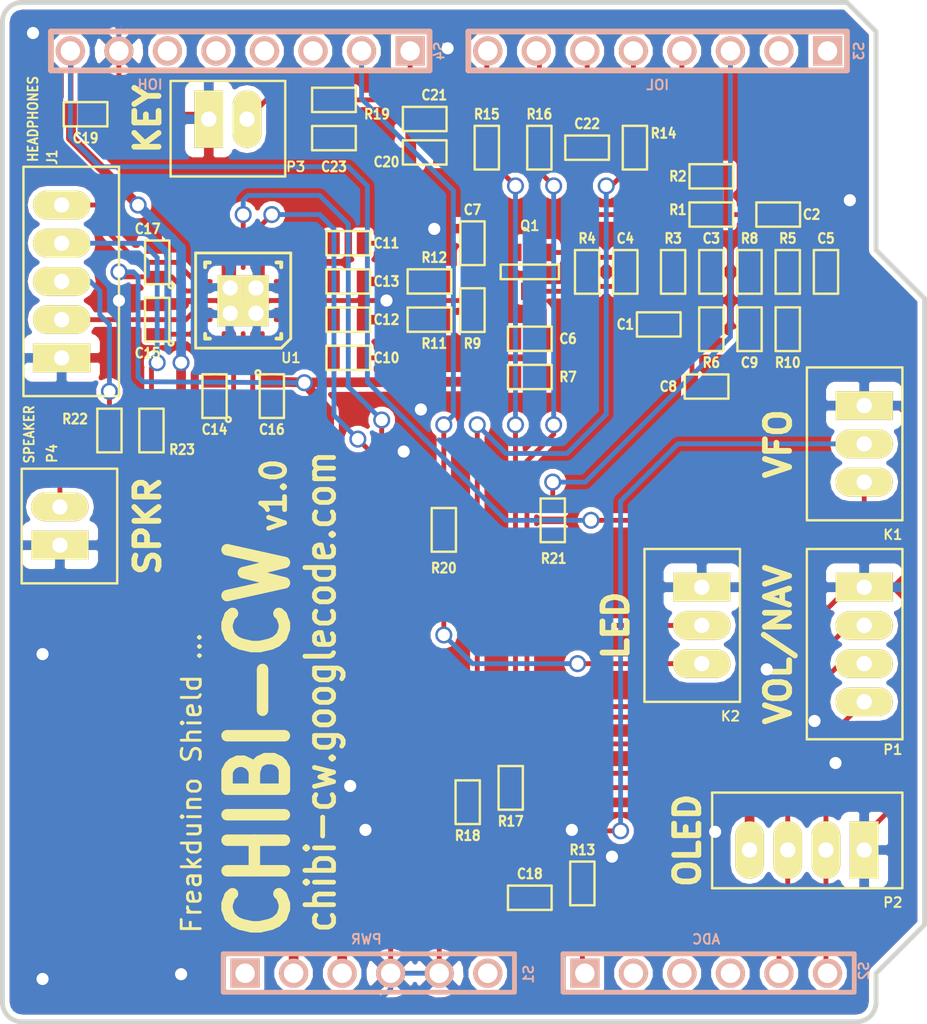
<source format=kicad_pcb>
(kicad_pcb (version 3) (host pcbnew "(2013-07-07 BZR 4022)-stable")
  (title_block (title "Chibi-CW 2.4GHz Transceiver") (rev v1.0) (company "Gruvin & Co"))
  (layers (15 F.Cu signal) (0 B.Cu signal) (18 B.Paste user) (19 F.Paste user) (20 B.SilkS user) (21 F.SilkS user) (22 B.Mask user) (23 F.Mask user) (28 Edge.Cuts user))
  (net 0 "")
  (net 1 3.3V)
  (net 2 5V)
  (net 3 AD0)
  (net 4 AD4/SDA)
  (net 5 AD5/SCL)
  (net 6 GND)
  (net 7 IO2)
  (net 8 IO3)
  (net 9 IO4)
  (net 10 IO5)
  (net 11 IO6)
  (net 12 IO7)
  (net 13 IO8)
  (net 14 IO9)
  (net 15 N-0000010)
  (net 16 N-0000011)
  (net 17 N-0000012)
  (net 18 N-0000013)
  (net 19 N-0000014)
  (net 20 N-0000015)
  (net 21 N-0000016)
  (net 22 N-0000017)
  (net 23 N-0000018)
  (net 24 N-0000019)
  (net 25 N-0000020)
  (net 26 N-0000022)
  (net 27 N-0000024)
  (net 28 N-0000025)
  (net 29 N-0000026)
  (net 30 N-0000027)
  (net 31 N-0000028)
  (net 32 N-0000036)
  (net 33 N-0000039)
  (net 34 N-000004)
  (net 35 N-0000040)
  (net 36 N-0000041)
  (net 37 N-0000042)
  (net 38 N-0000043)
  (net 39 N-0000044)
  (net 40 N-000005)
  (net 41 N-0000056)
  (net 42 N-0000057)
  (net 43 N-0000058)
  (net 44 N-0000059)
  (net 45 N-000006)
  (net 46 N-0000060)
  (net 47 N-000007)
  (net 48 N-000008)
  (net 49 N-000009)
  (module CONN_2MM_2x1 (layer F.Cu) (at 28.4 52.8 90)
    (fp_text reference P4 (at 3.8 -0.4 90) (layer F.SilkS) (effects (font (size 0.508 0.508) (thickness 0.1016))))
    (fp_text value SPEAKER (at 4.8 -1.6 90) (layer F.SilkS) (effects (font (size 0.508 0.4572) (thickness 0.1016))))
    (pad 2 thru_hole oval (at 1.00152 0.00762 90) (size 1.50114 2.99974) (drill 0.8001) (layers *.Cu *.Mask F.SilkS) (net 29 N-0000026))
    (pad 1 thru_hole rect (at -1 0.00762 90) (size 1.50114 2.99974) (drill 0.8001) (layers *.Cu *.Mask F.SilkS) (net 6 GND))
  )
  (module CONN_2MM_4x1 (layer F.Cu) (at 70.5 59 270)
    (fp_text reference P1 (at 5.5 -1.5 360) (layer F.SilkS) (effects (font (size 0.508 0.508) (thickness 0.1016))))
    (fp_text value CONN_4 hide)
    (pad 3 thru_hole oval (at 1 -0.00038 270) (size 1.50114 2.99974) (drill 0.8001) (layers *.Cu *.Mask F.SilkS) (net 48 N-000008))
    (pad 2 thru_hole oval (at -0.99898 -0.00038 270) (size 1.50114 2.99974) (drill 0.8001) (layers *.Cu *.Mask F.SilkS) (net 45 N-000006))
    (pad 1 thru_hole rect (at -3.0005 -0.00038 270) (size 1.50114 2.99974) (drill 0.8001) (layers *.Cu *.Mask F.SilkS) (net 6 GND))
    (pad 4 thru_hole oval (at 2.99898 -0.00038 270) (size 1.50114 2.99974) (drill 0.8001) (layers *.Cu *.Mask F.SilkS) (net 47 N-000007))
  )
  (module CONN_2MM_5x1 (layer F.Cu) (at 28.5 40 90)
    (fp_text reference J1 (at 6.5 -0.5 90) (layer F.SilkS) (effects (font (size 0.508 0.4572) (thickness 0.1016))))
    (fp_text value HEADPHONES (at 8.5 -1.5 90) (layer F.SilkS) (effects (font (size 0.508 0.4572) (thickness 0.1016))))
    (pad 3 thru_hole oval (at 0 -0.00038 90) (size 1.50114 2.99974) (drill 0.8001) (layers *.Cu *.Mask F.SilkS) (net 31 N-0000028))
    (pad 2 thru_hole oval (at -1.99898 -0.00038 90) (size 1.50114 2.99974) (drill 0.8001) (layers *.Cu *.Mask F.SilkS) (net 21 N-0000016))
    (pad 1 thru_hole rect (at -4.0005 -0.00038 90) (size 1.50114 2.99974) (drill 0.8001) (layers *.Cu *.Mask F.SilkS) (net 6 GND))
    (pad 4 thru_hole oval (at 1.99898 -0.00038 90) (size 1.50114 2.99974) (drill 0.8001) (layers *.Cu *.Mask F.SilkS) (net 30 N-0000027))
    (pad 5 thru_hole oval (at 4.0005 -0.00038 90) (size 1.50114 2.99974) (drill 0.8001) (layers *.Cu *.Mask F.SilkS) (net 22 N-0000017))
  )
  (module pin_array_8x1 (layer B.Cu) (at 59.69 27.94 180)
    (fp_text reference S3 (at -10.541 0 450) (layer B.SilkS) (effects (font (size 0.508 0.508) (thickness 0.1016)) (justify mirror)))
    (fp_text value IOL (at 0 -1.778 180) (layer B.SilkS) (effects (font (size 0.508 0.508) (thickness 0.1016)) (justify mirror)))
    (pad 1 thru_hole rect (at -8.89 0 180) (size 1.524 1.524) (drill 1.016) (layers *.Cu *.Mask B.SilkS))
    (pad 2 thru_hole circle (at -6.35 0 180) (size 1.524 1.524) (drill 1.016) (layers *.Cu *.Mask B.SilkS))
    (pad 3 thru_hole circle (at -3.81 0 180) (size 1.524 1.524) (drill 1.016) (layers *.Cu *.Mask B.SilkS) (net 7 IO2))
    (pad 4 thru_hole circle (at -1.27 0 180) (size 1.524 1.524) (drill 1.016) (layers *.Cu *.Mask B.SilkS) (net 8 IO3))
    (pad 5 thru_hole circle (at 1.27 0 180) (size 1.524 1.524) (drill 1.016) (layers *.Cu *.Mask B.SilkS) (net 9 IO4))
    (pad 6 thru_hole circle (at 3.81 0 180) (size 1.524 1.524) (drill 1.016) (layers *.Cu *.Mask B.SilkS) (net 10 IO5))
    (pad 7 thru_hole circle (at 6.35 0 180) (size 1.524 1.524) (drill 1.016) (layers *.Cu *.Mask B.SilkS) (net 11 IO6))
    (pad 8 thru_hole circle (at 8.89 0 180) (size 1.524 1.524) (drill 1.016) (layers *.Cu *.Mask B.SilkS) (net 12 IO7))
  )
  (module pin_array_6x1 (layer B.Cu) (at 62.23 76.2)
    (fp_text reference S2 (at 8.255 -0.127 270) (layer B.SilkS) (effects (font (size 0.508 0.508) (thickness 0.1016)) (justify mirror)))
    (fp_text value ADC (at 0 -1.778) (layer B.SilkS) (effects (font (size 0.508 0.508) (thickness 0.1016)) (justify mirror)))
    (pad 1 thru_hole rect (at -6.35 0) (size 1.524 1.524) (drill 1.016) (layers *.Cu *.Mask B.SilkS) (net 3 AD0))
    (pad 2 thru_hole circle (at -3.81 0) (size 1.524 1.524) (drill 1.016) (layers *.Cu *.Mask B.SilkS))
    (pad 3 thru_hole circle (at -1.27 0) (size 1.524 1.524) (drill 1.016) (layers *.Cu *.Mask B.SilkS))
    (pad 4 thru_hole circle (at 1.27 0) (size 1.524 1.524) (drill 1.016) (layers *.Cu *.Mask B.SilkS))
    (pad 5 thru_hole circle (at 3.81 0) (size 1.524 1.524) (drill 1.016) (layers *.Cu *.Mask B.SilkS) (net 4 AD4/SDA))
    (pad 6 thru_hole circle (at 6.35 0) (size 1.524 1.524) (drill 1.016) (layers *.Cu *.Mask B.SilkS) (net 5 AD5/SCL))
  )
  (module pin_array_6x1 (layer B.Cu) (at 44.45 76.2)
    (fp_text reference S1 (at 8.4836 0.0508 270) (layer B.SilkS) (effects (font (size 0.508 0.508) (thickness 0.1016)) (justify mirror)))
    (fp_text value PWR (at 0 -1.778) (layer B.SilkS) (effects (font (size 0.508 0.508) (thickness 0.1016)) (justify mirror)))
    (pad 1 thru_hole rect (at -6.35 0) (size 1.524 1.524) (drill 1.016) (layers *.Cu *.Mask B.SilkS))
    (pad 2 thru_hole circle (at -3.81 0) (size 1.524 1.524) (drill 1.016) (layers *.Cu *.Mask B.SilkS) (net 1 3.3V))
    (pad 3 thru_hole circle (at -1.27 0) (size 1.524 1.524) (drill 1.016) (layers *.Cu *.Mask B.SilkS) (net 2 5V))
    (pad 4 thru_hole circle (at 1.27 0) (size 1.524 1.524) (drill 1.016) (layers *.Cu *.Mask B.SilkS) (net 6 GND))
    (pad 5 thru_hole circle (at 3.81 0) (size 1.524 1.524) (drill 1.016) (layers *.Cu *.Mask B.SilkS) (net 6 GND))
    (pad 6 thru_hole circle (at 6.35 0) (size 1.524 1.524) (drill 1.016) (layers *.Cu *.Mask B.SilkS))
  )
  (module pin_array_8x1 (layer B.Cu) (at 37.846 27.94 180)
    (fp_text reference S4 (at -10.414 0 450) (layer B.SilkS) (effects (font (size 0.508 0.508) (thickness 0.1016)) (justify mirror)))
    (fp_text value IOH (at 4.72186 -1.75768 180) (layer B.SilkS) (effects (font (size 0.508 0.508) (thickness 0.1016)) (justify mirror)))
    (pad 1 thru_hole rect (at -8.89 0 180) (size 1.524 1.524) (drill 1.016) (layers *.Cu *.Mask B.SilkS) (net 13 IO8))
    (pad 2 thru_hole circle (at -6.35 0 180) (size 1.524 1.524) (drill 1.016) (layers *.Cu *.Mask B.SilkS) (net 14 IO9))
    (pad 3 thru_hole circle (at -3.81 0 180) (size 1.524 1.524) (drill 1.016) (layers *.Cu *.Mask B.SilkS))
    (pad 4 thru_hole circle (at -1.27 0 180) (size 1.524 1.524) (drill 1.016) (layers *.Cu *.Mask B.SilkS))
    (pad 5 thru_hole circle (at 1.27 0 180) (size 1.524 1.524) (drill 1.016) (layers *.Cu *.Mask B.SilkS))
    (pad 6 thru_hole circle (at 3.81 0 180) (size 1.524 1.524) (drill 1.016) (layers *.Cu *.Mask B.SilkS))
    (pad 7 thru_hole circle (at 6.35 0 180) (size 1.524 1.524) (drill 1.016) (layers *.Cu *.Mask B.SilkS) (net 6 GND))
    (pad 8 thru_hole circle (at 8.89 0 180) (size 1.524 1.524) (drill 1.016) (layers *.Cu *.Mask B.SilkS) (net 1 3.3V))
  )
  (module SOT23EBC (layer F.Cu) (at 53 39.5)
    (fp_text reference Q1 (at 0 -2.413) (layer F.SilkS) (effects (font (size 0.508 0.508) (thickness 0.1016))))
    (fp_text value BC847 hide)
    (pad 1 smd rect (at -0.889 -1.016) (size 0.9144 0.9144) (layers F.Cu F.Paste F.Mask) (net 6 GND))
    (pad 2 smd rect (at 0.889 -1.016) (size 0.9144 0.9144) (layers F.Cu F.Paste F.Mask) (net 40 N-000005))
    (pad 3 smd rect (at 0 1.016) (size 0.9144 0.9144) (layers F.Cu F.Paste F.Mask) (net 46 N-0000060))
  )
  (module SM0603 (layer F.Cu) (at 53 45 180)
    (fp_text reference R7 (at -2 0 180) (layer F.SilkS) (effects (font (size 0.508 0.4572) (thickness 0.1143))))
    (fp_text value 470K hide)
    (pad 1 smd rect (at -0.762 0 180) (size 0.635 1.143) (layers F.Cu F.Paste F.Mask) (net 46 N-0000060))
    (pad 2 smd rect (at 0.762 0 180) (size 0.635 1.143) (layers F.Cu F.Paste F.Mask) (net 2 5V))
  )
  (module SM0603 (layer F.Cu) (at 62.25 45.5)
    (fp_text reference C8 (at -2 0) (layer F.SilkS) (effects (font (size 0.508 0.4572) (thickness 0.1143))))
    (fp_text value 10n hide)
    (pad 1 smd rect (at -0.762 0) (size 0.635 1.143) (layers F.Cu F.Paste F.Mask) (net 36 N-0000041))
    (pad 2 smd rect (at 0.762 0) (size 0.635 1.143) (layers F.Cu F.Paste F.Mask) (net 39 N-0000044))
  )
  (module SM0603 (layer F.Cu) (at 47.75 40 180)
    (fp_text reference R12 (at -0.25 1.25 180) (layer F.SilkS) (effects (font (size 0.508 0.4572) (thickness 0.1143))))
    (fp_text value 10K hide)
    (pad 1 smd rect (at -0.762 0 180) (size 0.635 1.143) (layers F.Cu F.Paste F.Mask) (net 25 N-0000020))
    (pad 2 smd rect (at 0.762 0 180) (size 0.635 1.143) (layers F.Cu F.Paste F.Mask) (net 17 N-0000012))
  )
  (module SM0603 (layer F.Cu) (at 47.75 42 180)
    (fp_text reference R11 (at -0.25 -1.25 180) (layer F.SilkS) (effects (font (size 0.508 0.4572) (thickness 0.1143))))
    (fp_text value 10K hide)
    (pad 1 smd rect (at -0.762 0 180) (size 0.635 1.143) (layers F.Cu F.Paste F.Mask) (net 25 N-0000020))
    (pad 2 smd rect (at 0.762 0 180) (size 0.635 1.143) (layers F.Cu F.Paste F.Mask) (net 20 N-0000015))
  )
  (module SM0603 (layer F.Cu) (at 43.5 40 180)
    (fp_text reference C13 (at -2 0 180) (layer F.SilkS) (effects (font (size 0.508 0.4572) (thickness 0.1143))))
    (fp_text value 470n hide)
    (pad 1 smd rect (at -0.762 0 180) (size 0.635 1.143) (layers F.Cu F.Paste F.Mask) (net 6 GND))
    (pad 2 smd rect (at 0.762 0 180) (size 0.635 1.143) (layers F.Cu F.Paste F.Mask) (net 15 N-0000010))
  )
  (module SM0603 (layer F.Cu) (at 43.5 38 180)
    (fp_text reference C11 (at -2 0 180) (layer F.SilkS) (effects (font (size 0.508 0.4572) (thickness 0.1143))))
    (fp_text value 470n hide)
    (pad 1 smd rect (at -0.762 0 180) (size 0.635 1.143) (layers F.Cu F.Paste F.Mask) (net 17 N-0000012))
    (pad 2 smd rect (at 0.762 0 180) (size 0.635 1.143) (layers F.Cu F.Paste F.Mask) (net 16 N-0000011))
  )
  (module SM0603 (layer F.Cu) (at 43.5 42 180)
    (fp_text reference C12 (at -2 0 180) (layer F.SilkS) (effects (font (size 0.508 0.4572) (thickness 0.1143))))
    (fp_text value 470n hide)
    (pad 1 smd rect (at -0.762 0 180) (size 0.635 1.143) (layers F.Cu F.Paste F.Mask) (net 6 GND))
    (pad 2 smd rect (at 0.762 0 180) (size 0.635 1.143) (layers F.Cu F.Paste F.Mask) (net 18 N-0000013))
  )
  (module SM0603 (layer F.Cu) (at 60.5 39.5 270)
    (fp_text reference R3 (at -1.75 0 360) (layer F.SilkS) (effects (font (size 0.508 0.4572) (thickness 0.1143))))
    (fp_text value 56K hide)
    (pad 1 smd rect (at -0.762 0 270) (size 0.635 1.143) (layers F.Cu F.Paste F.Mask) (net 35 N-0000040))
    (pad 2 smd rect (at 0.762 0 270) (size 0.635 1.143) (layers F.Cu F.Paste F.Mask) (net 33 N-0000039))
  )
  (module SM0603 (layer F.Cu) (at 62.5 39.5 270)
    (fp_text reference C3 (at -1.75 0 360) (layer F.SilkS) (effects (font (size 0.508 0.4572) (thickness 0.1143))))
    (fp_text value 2n2 hide)
    (pad 1 smd rect (at -0.762 0 270) (size 0.635 1.143) (layers F.Cu F.Paste F.Mask) (net 35 N-0000040))
    (pad 2 smd rect (at 0.762 0 270) (size 0.635 1.143) (layers F.Cu F.Paste F.Mask) (net 37 N-0000042))
  )
  (module SM0603 (layer F.Cu) (at 43.5 44 180)
    (fp_text reference C10 (at -2 0 180) (layer F.SilkS) (effects (font (size 0.508 0.4572) (thickness 0.1143))))
    (fp_text value 470n hide)
    (pad 1 smd rect (at -0.762 0 180) (size 0.635 1.143) (layers F.Cu F.Paste F.Mask) (net 20 N-0000015))
    (pad 2 smd rect (at 0.762 0 180) (size 0.635 1.143) (layers F.Cu F.Paste F.Mask) (net 19 N-0000014))
  )
  (module SM0603 (layer F.Cu) (at 62.5 42.5 270)
    (fp_text reference R6 (at 1.75 0 360) (layer F.SilkS) (effects (font (size 0.508 0.4572) (thickness 0.1143))))
    (fp_text value 1K5 hide)
    (pad 1 smd rect (at -0.762 0 270) (size 0.635 1.143) (layers F.Cu F.Paste F.Mask) (net 37 N-0000042))
    (pad 2 smd rect (at 0.762 0 270) (size 0.635 1.143) (layers F.Cu F.Paste F.Mask) (net 36 N-0000041))
  )
  (module SM0603 (layer F.Cu) (at 62.5 34.5)
    (fp_text reference R2 (at -1.75 0) (layer F.SilkS) (effects (font (size 0.508 0.4572) (thickness 0.1143))))
    (fp_text value 2K2 hide)
    (pad 1 smd rect (at -0.762 0) (size 0.635 1.143) (layers F.Cu F.Paste F.Mask) (net 8 IO3))
    (pad 2 smd rect (at 0.762 0) (size 0.635 1.143) (layers F.Cu F.Paste F.Mask) (net 24 N-0000019))
  )
  (module SM0603 (layer F.Cu) (at 50 38 90)
    (fp_text reference C7 (at 1.75 0 180) (layer F.SilkS) (effects (font (size 0.508 0.4572) (thickness 0.1143))))
    (fp_text value 0u1 hide)
    (pad 1 smd rect (at -0.762 0 90) (size 0.635 1.143) (layers F.Cu F.Paste F.Mask) (net 25 N-0000020))
    (pad 2 smd rect (at 0.762 0 90) (size 0.635 1.143) (layers F.Cu F.Paste F.Mask) (net 6 GND))
  )
  (module SM0603 (layer F.Cu) (at 50 41.5 270)
    (fp_text reference R9 (at 1.75 0 360) (layer F.SilkS) (effects (font (size 0.508 0.4572) (thickness 0.1143))))
    (fp_text value 560R hide)
    (pad 1 smd rect (at -0.762 0 270) (size 0.635 1.143) (layers F.Cu F.Paste F.Mask) (net 25 N-0000020))
    (pad 2 smd rect (at 0.762 0 270) (size 0.635 1.143) (layers F.Cu F.Paste F.Mask) (net 23 N-0000018))
  )
  (module SM0603 (layer F.Cu) (at 53 43 180)
    (fp_text reference C6 (at -2 0 180) (layer F.SilkS) (effects (font (size 0.508 0.4572) (thickness 0.1143))))
    (fp_text value 2u2 hide)
    (pad 1 smd rect (at -0.762 0 180) (size 0.635 1.143) (layers F.Cu F.Paste F.Mask) (net 46 N-0000060))
    (pad 2 smd rect (at 0.762 0 180) (size 0.635 1.143) (layers F.Cu F.Paste F.Mask) (net 23 N-0000018))
  )
  (module SM0603 (layer F.Cu) (at 58 39.5 270)
    (fp_text reference C4 (at -1.75 0 360) (layer F.SilkS) (effects (font (size 0.508 0.4572) (thickness 0.1143))))
    (fp_text value 10n hide)
    (pad 1 smd rect (at -0.762 0 270) (size 0.635 1.143) (layers F.Cu F.Paste F.Mask) (net 40 N-000005))
    (pad 2 smd rect (at 0.762 0 270) (size 0.635 1.143) (layers F.Cu F.Paste F.Mask) (net 46 N-0000060))
  )
  (module SM0603 (layer F.Cu) (at 56 39.5 270)
    (fp_text reference R4 (at -1.75 0 360) (layer F.SilkS) (effects (font (size 0.508 0.4572) (thickness 0.1143))))
    (fp_text value 470K hide)
    (pad 1 smd rect (at -0.762 0 270) (size 0.635 1.143) (layers F.Cu F.Paste F.Mask) (net 40 N-000005))
    (pad 2 smd rect (at 0.762 0 270) (size 0.635 1.143) (layers F.Cu F.Paste F.Mask) (net 46 N-0000060))
  )
  (module SM0603 (layer F.Cu) (at 66.5 42.5 90)
    (fp_text reference R10 (at -1.75 0 180) (layer F.SilkS) (effects (font (size 0.508 0.4572) (thickness 0.1143))))
    (fp_text value 15K hide)
    (pad 1 smd rect (at -0.762 0 90) (size 0.635 1.143) (layers F.Cu F.Paste F.Mask) (net 39 N-0000044))
    (pad 2 smd rect (at 0.762 0 90) (size 0.635 1.143) (layers F.Cu F.Paste F.Mask) (net 38 N-0000043))
  )
  (module SM0603 (layer F.Cu) (at 59.75 42.25 180)
    (fp_text reference C1 (at 1.75 0 180) (layer F.SilkS) (effects (font (size 0.508 0.4572) (thickness 0.1143))))
    (fp_text value 2u2 hide)
    (pad 1 smd rect (at -0.762 0 180) (size 0.635 1.143) (layers F.Cu F.Paste F.Mask) (net 33 N-0000039))
    (pad 2 smd rect (at 0.762 0 180) (size 0.635 1.143) (layers F.Cu F.Paste F.Mask) (net 40 N-000005))
  )
  (module SM0603 (layer F.Cu) (at 64.5 42.5 90)
    (fp_text reference C9 (at -1.75 0 180) (layer F.SilkS) (effects (font (size 0.508 0.4572) (thickness 0.1143))))
    (fp_text value 10n hide)
    (pad 1 smd rect (at -0.762 0 90) (size 0.635 1.143) (layers F.Cu F.Paste F.Mask) (net 6 GND))
    (pad 2 smd rect (at 0.762 0 90) (size 0.635 1.143) (layers F.Cu F.Paste F.Mask) (net 38 N-0000043))
  )
  (module SM0603 (layer F.Cu) (at 64.5 39.5 270)
    (fp_text reference R8 (at -1.75 0 360) (layer F.SilkS) (effects (font (size 0.508 0.4572) (thickness 0.1143))))
    (fp_text value 5K6 hide)
    (pad 1 smd rect (at -0.762 0 270) (size 0.635 1.143) (layers F.Cu F.Paste F.Mask) (net 41 N-0000056))
    (pad 2 smd rect (at 0.762 0 270) (size 0.635 1.143) (layers F.Cu F.Paste F.Mask) (net 38 N-0000043))
  )
  (module SM0603 (layer F.Cu) (at 66.5 39.5 270)
    (fp_text reference R5 (at -1.75 0 360) (layer F.SilkS) (effects (font (size 0.508 0.4572) (thickness 0.1143))))
    (fp_text value 560R hide)
    (pad 1 smd rect (at -0.762 0 270) (size 0.635 1.143) (layers F.Cu F.Paste F.Mask) (net 32 N-0000036))
    (pad 2 smd rect (at 0.762 0 270) (size 0.635 1.143) (layers F.Cu F.Paste F.Mask) (net 41 N-0000056))
  )
  (module SM0603 (layer F.Cu) (at 66 36.5)
    (fp_text reference C2 (at 1.75 0) (layer F.SilkS) (effects (font (size 0.508 0.4572) (thickness 0.1143))))
    (fp_text value 2u2 hide)
    (pad 1 smd rect (at -0.762 0) (size 0.635 1.143) (layers F.Cu F.Paste F.Mask) (net 24 N-0000019))
    (pad 2 smd rect (at 0.762 0) (size 0.635 1.143) (layers F.Cu F.Paste F.Mask) (net 32 N-0000036))
  )
  (module SM0603 (layer F.Cu) (at 68.5 39.5 270)
    (fp_text reference C5 (at -1.75 0 360) (layer F.SilkS) (effects (font (size 0.508 0.4572) (thickness 0.1143))))
    (fp_text value 100n hide)
    (pad 1 smd rect (at -0.762 0 270) (size 0.635 1.143) (layers F.Cu F.Paste F.Mask) (net 6 GND))
    (pad 2 smd rect (at 0.762 0 270) (size 0.635 1.143) (layers F.Cu F.Paste F.Mask) (net 41 N-0000056))
  )
  (module SM0603 (layer F.Cu) (at 62.5 36.5)
    (fp_text reference R1 (at -1.75 -0.25) (layer F.SilkS) (effects (font (size 0.508 0.4572) (thickness 0.1143))))
    (fp_text value 2K2 hide)
    (pad 1 smd rect (at -0.762 0) (size 0.635 1.143) (layers F.Cu F.Paste F.Mask) (net 10 IO5))
    (pad 2 smd rect (at 0.762 0) (size 0.635 1.143) (layers F.Cu F.Paste F.Mask) (net 24 N-0000019))
  )
  (module SM0603_CPOL (layer F.Cu) (at 39.5 46 270)
    (fp_text reference C16 (at 1.75 0 360) (layer F.SilkS) (effects (font (size 0.508 0.4572) (thickness 0.1143))))
    (fp_text value 1u hide)
    (pad 1 smd rect (at -0.762 0 270) (size 0.635 1.143) (layers F.Cu F.Paste F.Mask) (net 2 5V))
    (pad 2 smd rect (at 0.762 0 270) (size 0.635 1.143) (layers F.Cu F.Paste F.Mask) (net 44 N-0000059))
  )
  (module SM0603_CPOL (layer F.Cu) (at 36.5 46 90)
    (fp_text reference C14 (at -1.75 0 180) (layer F.SilkS) (effects (font (size 0.508 0.4572) (thickness 0.1143))))
    (fp_text value 1u hide)
    (pad 1 smd rect (at -0.762 0 90) (size 0.635 1.143) (layers F.Cu F.Paste F.Mask) (net 42 N-0000057))
    (pad 2 smd rect (at 0.762 0 90) (size 0.635 1.143) (layers F.Cu F.Paste F.Mask) (net 43 N-0000058))
  )
  (module SM0603_CPOL (layer F.Cu) (at 33.5 42 90)
    (fp_text reference C15 (at -1.75 -0.5 180) (layer F.SilkS) (effects (font (size 0.508 0.4572) (thickness 0.1143))))
    (fp_text value 1u hide)
    (pad 1 smd rect (at -0.762 0 90) (size 0.635 1.143) (layers F.Cu F.Paste F.Mask) (net 49 N-000009))
    (pad 2 smd rect (at 0.762 0 90) (size 0.635 1.143) (layers F.Cu F.Paste F.Mask) (net 6 GND))
  )
  (module SM0603_CPOL (layer F.Cu) (at 33.5 39 90)
    (fp_text reference C17 (at 1.75 -0.5 180) (layer F.SilkS) (effects (font (size 0.508 0.4572) (thickness 0.1143))))
    (fp_text value 1u hide)
    (pad 1 smd rect (at -0.762 0 90) (size 0.635 1.143) (layers F.Cu F.Paste F.Mask) (net 2 5V))
    (pad 2 smd rect (at 0.762 0 90) (size 0.635 1.143) (layers F.Cu F.Paste F.Mask) (net 6 GND))
  )
  (module SM0603 (layer F.Cu) (at 53 72.25)
    (fp_text reference C18 (at 0 -1.25) (layer F.SilkS) (effects (font (size 0.508 0.4572) (thickness 0.1143))))
    (fp_text value 100n hide)
    (pad 1 smd rect (at -0.762 0) (size 0.635 1.143) (layers F.Cu F.Paste F.Mask) (net 6 GND))
    (pad 2 smd rect (at 0.762 0) (size 0.635 1.143) (layers F.Cu F.Paste F.Mask) (net 3 AD0))
  )
  (module SM0603 (layer F.Cu) (at 55.75 71.5 90)
    (fp_text reference R13 (at 1.75 0 180) (layer F.SilkS) (effects (font (size 0.508 0.4572) (thickness 0.1143))))
    (fp_text value 200 hide)
    (pad 1 smd rect (at -0.762 0 90) (size 0.635 1.143) (layers F.Cu F.Paste F.Mask) (net 3 AD0))
    (pad 2 smd rect (at 0.762 0 90) (size 0.635 1.143) (layers F.Cu F.Paste F.Mask) (net 34 N-000004))
  )
  (module SM0603 (layer F.Cu) (at 29.75 31.25 180)
    (fp_text reference C19 (at 0 -1.25 180) (layer F.SilkS) (effects (font (size 0.508 0.4572) (thickness 0.1143))))
    (fp_text value 100n hide)
    (pad 1 smd rect (at -0.762 0 180) (size 0.635 1.143) (layers F.Cu F.Paste F.Mask) (net 6 GND))
    (pad 2 smd rect (at 0.762 0 180) (size 0.635 1.143) (layers F.Cu F.Paste F.Mask) (net 1 3.3V))
  )
  (module SM0603 (layer F.Cu) (at 50.75 33 270)
    (fp_text reference R15 (at -1.75 0 360) (layer F.SilkS) (effects (font (size 0.508 0.4572) (thickness 0.1143))))
    (fp_text value 200 hide)
    (pad 1 smd rect (at -0.762 0 270) (size 0.635 1.143) (layers F.Cu F.Paste F.Mask) (net 12 IO7))
    (pad 2 smd rect (at 0.762 0 270) (size 0.635 1.143) (layers F.Cu F.Paste F.Mask) (net 48 N-000008))
  )
  (module SM0603 (layer F.Cu) (at 58.5 33 270)
    (fp_text reference R14 (at -0.75 -1.5 360) (layer F.SilkS) (effects (font (size 0.508 0.4572) (thickness 0.1143))))
    (fp_text value 200 hide)
    (pad 1 smd rect (at -0.762 0 270) (size 0.635 1.143) (layers F.Cu F.Paste F.Mask) (net 9 IO4))
    (pad 2 smd rect (at 0.762 0 270) (size 0.635 1.143) (layers F.Cu F.Paste F.Mask) (net 47 N-000007))
  )
  (module SM0603 (layer F.Cu) (at 53.5 33 270)
    (fp_text reference R16 (at -1.75 0 360) (layer F.SilkS) (effects (font (size 0.508 0.4572) (thickness 0.1143))))
    (fp_text value 200 hide)
    (pad 1 smd rect (at -0.762 0 270) (size 0.635 1.143) (layers F.Cu F.Paste F.Mask) (net 11 IO6))
    (pad 2 smd rect (at 0.762 0 270) (size 0.635 1.143) (layers F.Cu F.Paste F.Mask) (net 45 N-000006))
  )
  (module SM0603 (layer F.Cu) (at 56 33)
    (fp_text reference C22 (at 0 -1.25) (layer F.SilkS) (effects (font (size 0.508 0.4572) (thickness 0.1143))))
    (fp_text value 100n hide)
    (pad 1 smd rect (at -0.762 0) (size 0.635 1.143) (layers F.Cu F.Paste F.Mask) (net 6 GND))
    (pad 2 smd rect (at 0.762 0) (size 0.635 1.143) (layers F.Cu F.Paste F.Mask) (net 9 IO4))
  )
  (module SM0603 (layer F.Cu) (at 47.5 31.5)
    (fp_text reference C21 (at 0.5 -1.25) (layer F.SilkS) (effects (font (size 0.508 0.4572) (thickness 0.1143))))
    (fp_text value 100n hide)
    (pad 1 smd rect (at -0.762 0) (size 0.635 1.143) (layers F.Cu F.Paste F.Mask) (net 6 GND))
    (pad 2 smd rect (at 0.762 0) (size 0.635 1.143) (layers F.Cu F.Paste F.Mask) (net 12 IO7))
  )
  (module SM0603 (layer F.Cu) (at 47.5 33.25)
    (fp_text reference C20 (at -2 0.5) (layer F.SilkS) (effects (font (size 0.508 0.4572) (thickness 0.1143))))
    (fp_text value 100n hide)
    (pad 1 smd rect (at -0.762 0) (size 0.635 1.143) (layers F.Cu F.Paste F.Mask) (net 6 GND))
    (pad 2 smd rect (at 0.762 0) (size 0.635 1.143) (layers F.Cu F.Paste F.Mask) (net 11 IO6))
  )
  (module SM0603 (layer F.Cu) (at 49.75 67.25 270)
    (fp_text reference R18 (at 1.75 0 360) (layer F.SilkS) (effects (font (size 0.508 0.4572) (thickness 0.1143))))
    (fp_text value 2K2 hide)
    (pad 1 smd rect (at -0.762 0 270) (size 0.635 1.143) (layers F.Cu F.Paste F.Mask) (net 4 AD4/SDA))
    (pad 2 smd rect (at 0.762 0 270) (size 0.635 1.143) (layers F.Cu F.Paste F.Mask) (net 2 5V))
  )
  (module SM0603 (layer F.Cu) (at 52 66.5 270)
    (fp_text reference R17 (at 1.75 0 360) (layer F.SilkS) (effects (font (size 0.508 0.4572) (thickness 0.1143))))
    (fp_text value 2K2 hide)
    (pad 1 smd rect (at -0.762 0 270) (size 0.635 1.143) (layers F.Cu F.Paste F.Mask) (net 5 AD5/SCL))
    (pad 2 smd rect (at 0.762 0 270) (size 0.635 1.143) (layers F.Cu F.Paste F.Mask) (net 2 5V))
  )
  (module SM0603 (layer F.Cu) (at 48.5 53 270)
    (fp_text reference R20 (at 2 0 360) (layer F.SilkS) (effects (font (size 0.508 0.4572) (thickness 0.1143))))
    (fp_text value 1K5 hide)
    (pad 1 smd rect (at -0.762 0 270) (size 0.635 1.143) (layers F.Cu F.Paste F.Mask) (net 14 IO9))
    (pad 2 smd rect (at 0.762 0 270) (size 0.635 1.143) (layers F.Cu F.Paste F.Mask) (net 27 N-0000024))
  )
  (module SM0603 (layer F.Cu) (at 54.2 52.5 270)
    (fp_text reference R21 (at 2 -0.05 360) (layer F.SilkS) (effects (font (size 0.508 0.4572) (thickness 0.1143))))
    (fp_text value 1K hide)
    (pad 1 smd rect (at -0.762 0 270) (size 0.635 1.143) (layers F.Cu F.Paste F.Mask) (net 7 IO2))
    (pad 2 smd rect (at 0.762 0 270) (size 0.635 1.143) (layers F.Cu F.Paste F.Mask) (net 26 N-0000022))
  )
  (module SM0603 (layer F.Cu) (at 42.75 30.5 180)
    (fp_text reference R19 (at -2.25 -0.75 180) (layer F.SilkS) (effects (font (size 0.508 0.4572) (thickness 0.1143))))
    (fp_text value 200 hide)
    (pad 1 smd rect (at -0.762 0 180) (size 0.635 1.143) (layers F.Cu F.Paste F.Mask) (net 13 IO8))
    (pad 2 smd rect (at 0.762 0 180) (size 0.635 1.143) (layers F.Cu F.Paste F.Mask) (net 28 N-0000025))
  )
  (module SM0603 (layer F.Cu) (at 42.75 32.5)
    (fp_text reference C23 (at 0 1.5) (layer F.SilkS) (effects (font (size 0.508 0.4572) (thickness 0.1143))))
    (fp_text value 100n hide)
    (pad 1 smd rect (at -0.762 0) (size 0.635 1.143) (layers F.Cu F.Paste F.Mask) (net 6 GND))
    (pad 2 smd rect (at 0.762 0) (size 0.635 1.143) (layers F.Cu F.Paste F.Mask) (net 13 IO8))
  )
  (module CONN_2MM_4x1 (layer F.Cu) (at 67.5 69.75 180)
    (fp_text reference P2 (at -4.5 -2.75 180) (layer F.SilkS) (effects (font (size 0.508 0.508) (thickness 0.1016))))
    (fp_text value CONN_4 hide)
    (pad 3 thru_hole oval (at 1 -0.00038 180) (size 1.50114 2.99974) (drill 0.8001) (layers *.Cu *.Mask F.SilkS) (net 4 AD4/SDA))
    (pad 2 thru_hole oval (at -0.99898 -0.00038 180) (size 1.50114 2.99974) (drill 0.8001) (layers *.Cu *.Mask F.SilkS) (net 5 AD5/SCL))
    (pad 1 thru_hole rect (at -3.0005 -0.00038 180) (size 1.50114 2.99974) (drill 0.8001) (layers *.Cu *.Mask F.SilkS) (net 6 GND))
    (pad 4 thru_hole oval (at 2.99898 -0.00038 180) (size 1.50114 2.99974) (drill 0.8001) (layers *.Cu *.Mask F.SilkS) (net 2 5V))
  )
  (module CONN_2MM_2x1 (layer F.Cu) (at 37.2 31.5)
    (fp_text reference P3 (at 3.55 2.5) (layer F.SilkS) (effects (font (size 0.508 0.508) (thickness 0.1016))))
    (fp_text value CONN_2 hide)
    (pad 2 thru_hole oval (at 1.00152 0.00762) (size 1.50114 2.99974) (drill 0.8001) (layers *.Cu *.Mask F.SilkS) (net 28 N-0000025))
    (pad 1 thru_hole rect (at -1 0.00762) (size 1.50114 2.99974) (drill 0.8001) (layers *.Cu *.Mask F.SilkS) (net 6 GND))
  )
  (module QFN20 (layer F.Cu) (at 38 41 180)
    (fp_text reference U1 (at -2.5 -3 180) (layer F.SilkS) (effects (font (size 0.508 0.508) (thickness 0.1016))))
    (fp_text value TPA6130A2 hide)
    (pad 1 smd oval (at -2 -1 180) (size 0.8001 0.24892) (layers F.Cu F.Paste F.Mask) (net 19 N-0000014))
    (pad 2 smd oval (at -2 -0.5 180) (size 0.8001 0.24892) (layers F.Cu F.Paste F.Mask) (net 18 N-0000013))
    (pad 3 smd oval (at -2 0 180) (size 0.8001 0.24892) (layers F.Cu F.Paste F.Mask) (net 6 GND))
    (pad 4 smd oval (at -2 0.5 180) (size 0.8001 0.24892) (layers F.Cu F.Paste F.Mask) (net 15 N-0000010))
    (pad 5 smd oval (at -2 1 180) (size 0.8001 0.24892) (layers F.Cu F.Paste F.Mask) (net 16 N-0000011))
    (pad 7 smd oval (at -0.5 2 270) (size 0.8001 0.24892) (layers F.Cu F.Paste F.Mask) (net 4 AD4/SDA))
    (pad 8 smd oval (at 0 2 270) (size 0.8001 0.24892) (layers F.Cu F.Paste F.Mask) (net 5 AD5/SCL))
    (pad 9 smd oval (at 0.5 2 270) (size 0.8001 0.24892) (layers F.Cu F.Paste F.Mask) (net 6 GND))
    (pad 10 smd oval (at 1 2 270) (size 0.8001 0.24892) (layers F.Cu F.Paste F.Mask) (net 6 GND))
    (pad 6 smd oval (at -1 2 270) (size 0.8001 0.24892) (layers F.Cu F.Paste F.Mask) (net 6 GND))
    (pad 11 smd oval (at 2 1) (size 0.8001 0.24892) (layers F.Cu F.Paste F.Mask) (net 22 N-0000017))
    (pad 12 smd oval (at 2 0.5) (size 0.8001 0.24892) (layers F.Cu F.Paste F.Mask) (net 2 5V))
    (pad 13 smd oval (at 2 0) (size 0.8001 0.24892) (layers F.Cu F.Paste F.Mask) (net 6 GND))
    (pad 14 smd oval (at 2 -0.5) (size 0.8001 0.24892) (layers F.Cu F.Paste F.Mask) (net 21 N-0000016))
    (pad 15 smd oval (at 2 -1) (size 0.8001 0.24892) (layers F.Cu F.Paste F.Mask) (net 49 N-000009))
    (pad 16 smd oval (at 1 -2 90) (size 0.8001 0.24892) (layers F.Cu F.Paste F.Mask) (net 49 N-000009))
    (pad 17 smd oval (at 0.5 -2 90) (size 0.8001 0.24892) (layers F.Cu F.Paste F.Mask) (net 43 N-0000058))
    (pad 18 smd oval (at 0 -2 90) (size 0.8001 0.24892) (layers F.Cu F.Paste F.Mask) (net 42 N-0000057))
    (pad 19 smd oval (at -0.5 -2 90) (size 0.8001 0.24892) (layers F.Cu F.Paste F.Mask) (net 44 N-0000059))
    (pad 20 smd oval (at -1 -2 90) (size 0.8001 0.24892) (layers F.Cu F.Paste F.Mask) (net 2 5V))
    (pad 3 thru_hole rect (at 0.68 -0.67 90) (size 1.335 1.35) (drill 0.8) (layers *.Cu *.Mask F.SilkS) (net 6 GND))
    (pad 3 thru_hole rect (at -0.67 -0.67 90) (size 1.335 1.35) (drill 0.8) (layers *.Cu *.Mask F.SilkS) (net 6 GND))
    (pad 3 thru_hole rect (at -0.67 0.66 90) (size 1.335 1.35) (drill 0.8) (layers *.Cu *.Mask F.SilkS) (net 6 GND))
    (pad 3 thru_hole rect (at 0.68 0.66 90) (size 1.335 1.35) (drill 0.8) (layers *.Cu *.Mask F.SilkS) (net 6 GND))
  )
  (module SM0603 (layer F.Cu) (at 31 47.8 270)
    (fp_text reference R22 (at -0.6 1.8 360) (layer F.SilkS) (effects (font (size 0.508 0.4572) (thickness 0.1143))))
    (fp_text value 10R hide)
    (pad 1 smd rect (at -0.762 0 270) (size 0.635 1.143) (layers F.Cu F.Paste F.Mask) (net 31 N-0000028))
    (pad 2 smd rect (at 0.762 0 270) (size 0.635 1.143) (layers F.Cu F.Paste F.Mask) (net 29 N-0000026))
  )
  (module SM0603 (layer F.Cu) (at 33.2 47.8 270)
    (fp_text reference R23 (at 1 -1.6 360) (layer F.SilkS) (effects (font (size 0.508 0.4572) (thickness 0.1143))))
    (fp_text value 10R hide)
    (pad 1 smd rect (at -0.762 0 270) (size 0.635 1.143) (layers F.Cu F.Paste F.Mask) (net 30 N-0000027))
    (pad 2 smd rect (at 0.762 0 270) (size 0.635 1.143) (layers F.Cu F.Paste F.Mask) (net 29 N-0000026))
  )
  (module CONN_2MM_3x1 (layer F.Cu) (at 70.5 48.5 270)
    (fp_text reference K1 (at 4.75 -1.5 360) (layer F.SilkS) (effects (font (size 0.508 0.508) (thickness 0.1016))))
    (fp_text value CONN_3 hide)
    (pad 3 thru_hole oval (at 1.99898 -0.00038 270) (size 1.50114 2.99974) (drill 0.8001) (layers *.Cu *.Mask F.SilkS) (net 1 3.3V))
    (pad 2 thru_hole oval (at 0 -0.00038 270) (size 1.50114 2.99974) (drill 0.8001) (layers *.Cu *.Mask F.SilkS) (net 34 N-000004))
    (pad 1 thru_hole rect (at -2.00152 -0.00038 270) (size 1.50114 2.99974) (drill 0.8001) (layers *.Cu *.Mask F.SilkS) (net 6 GND))
  )
  (module CONN_2MM_3x1 (layer F.Cu) (at 62 58 270)
    (fp_text reference K2 (at 4.75 -1.5 360) (layer F.SilkS) (effects (font (size 0.508 0.508) (thickness 0.1016))))
    (fp_text value CONN_3 hide)
    (pad 3 thru_hole oval (at 1.99898 -0.00038 270) (size 1.50114 2.99974) (drill 0.8001) (layers *.Cu *.Mask F.SilkS) (net 27 N-0000024))
    (pad 2 thru_hole oval (at 0 -0.00038 270) (size 1.50114 2.99974) (drill 0.8001) (layers *.Cu *.Mask F.SilkS) (net 26 N-0000022))
    (pad 1 thru_hole rect (at -2.00152 -0.00038 270) (size 1.50114 2.99974) (drill 0.8001) (layers *.Cu *.Mask F.SilkS) (net 6 GND))
  )
  (gr_text SPKR (at 33 52.8 90) (layer F.SilkS) (effects (font (size 1.27 1.27) (thickness 0.3))))
  (gr_text KEY (at 33 31.5 90) (layer F.SilkS) (effects (font (size 1.27 1.27) (thickness 0.3))))
  (gr_text OLED (at 61.25 69.25 90) (layer F.SilkS) (effects (font (size 1.27 1.27) (thickness 0.3))))
  (gr_text LED (at 57.5 58 90) (layer F.SilkS) (effects (font (size 1.27 1.27) (thickness 0.3))))
  (gr_text "Freakduino Shield ..." (at 35.3 74.2 90) (layer F.SilkS) (effects (font (size 1 1)) (justify left)))
  (gr_text v1.0 (at 39.6 51.2 90) (layer F.SilkS) (effects (font (size 1.25 1.2) (thickness 0.25))))
  (gr_text chibi-cw.googlecode.com (at 42.05 74.2 90) (layer F.SilkS) (effects (font (size 1.5 1.3) (thickness 0.25)) (justify left)))
  (gr_text CHIBI-CW (at 38.8 74.7 90) (layer F.SilkS) (effects (font (size 3 2.8) (thickness 0.6)) (justify left)))
  (gr_text VFO (at 66 48.5 90) (layer F.SilkS) (effects (font (size 1.27 1.27) (thickness 0.3))))
  (gr_text VOL/NAV (at 66 59 90) (layer F.SilkS) (effects (font (size 1.27 1.27) (thickness 0.3))))
  (gr_line (start 71.12 38.354) (end 71.12 26.924) (angle 90) (layer Edge.Cuts) (width 0.254))
  (gr_line (start 73.66 40.894) (end 71.12 38.354) (angle 90) (layer Edge.Cuts) (width 0.254))
  (gr_line (start 73.66 73.66) (end 73.66 40.894) (angle 90) (layer Edge.Cuts) (width 0.254))
  (gr_arc (start 70.104 77.724) (end 71.12 77.724) (angle 90) (layer Edge.Cuts) (width 0.254))
  (gr_arc (start 26.416 77.724) (end 26.416 78.74) (angle 90) (layer Edge.Cuts) (width 0.254))
  (gr_arc (start 26.416 26.416) (end 25.4 26.416) (angle 90) (layer Edge.Cuts) (width 0.254))
  (gr_line (start 25.4 77.724) (end 25.4 26.416) (angle 90) (layer Edge.Cuts) (width 0.254))
  (gr_line (start 71.12 26.924) (end 69.596 25.4) (angle 90) (layer Edge.Cuts) (width 0.254))
  (gr_line (start 71.12 76.2) (end 73.66 73.66) (angle 90) (layer Edge.Cuts) (width 0.254))
  (gr_line (start 71.12 77.724) (end 71.12 76.2) (angle 90) (layer Edge.Cuts) (width 0.254))
  (gr_line (start 26.416 25.4) (end 69.596 25.4) (angle 90) (layer Edge.Cuts) (width 0.254))
  (gr_line (start 26.416 78.74) (end 70.104 78.74) (angle 90) (layer Edge.Cuts) (width 0.254))
  (segment (start 44.5 45.25) (end 51.75 52.5) (width 0.254) (layer B.Cu) (net 1))
  (segment (start 28.956 32.456) (end 30.5 34) (width 0.254) (layer B.Cu) (net 1))
  (segment (start 30.5 34) (end 43.5 34) (width 0.254) (layer B.Cu) (net 1))
  (segment (start 43.5 34) (end 44.5 35) (width 0.254) (layer B.Cu) (net 1))
  (segment (start 44.5 35) (end 44.5 45.25) (width 0.254) (layer B.Cu) (net 1))
  (segment (start 28.956 27.94) (end 28.956 32.456) (width 0.254) (layer B.Cu) (net 1))
  (segment (start 70.50038 51.69962) (end 70.50038 50.49898) (width 0.254) (layer F.Cu) (net 1))
  (segment (start 69.7 52.5) (end 70.50038 51.69962) (width 0.254) (layer F.Cu) (net 1))
  (segment (start 56.2 52.5) (end 69.7 52.5) (width 0.254) (layer F.Cu) (net 1))
  (via (at 56.2 52.5) (size 0.889) (layers F.Cu B.Cu) (net 1))
  (segment (start 51.75 52.5) (end 56.2 52.5) (width 0.254) (layer B.Cu) (net 1))
  (segment (start 28.988 31.25) (end 28.988 32.488) (width 0.508) (layer F.Cu) (net 1))
  (segment (start 28.988 32.488) (end 32.5 36) (width 0.508) (layer F.Cu) (net 1))
  (via (at 32.5 36) (size 0.889) (layers F.Cu B.Cu) (net 1))
  (segment (start 32.5 36) (end 34.75 38.25) (width 0.508) (layer B.Cu) (net 1))
  (segment (start 34.75 38.25) (end 34.75 44.25) (width 0.508) (layer B.Cu) (net 1))
  (via (at 34.75 44.25) (size 0.889) (layers F.Cu B.Cu) (net 1))
  (segment (start 34.75 44.25) (end 34.75 50) (width 0.508) (layer F.Cu) (net 1))
  (segment (start 34.75 50) (end 40.64 55.89) (width 0.508) (layer F.Cu) (net 1))
  (segment (start 40.64 55.89) (end 40.64 76.2) (width 0.508) (layer F.Cu) (net 1))
  (segment (start 28.988 31.25) (end 28.988 27.972) (width 0.254) (layer F.Cu) (net 1))
  (segment (start 28.988 27.972) (end 28.956 27.94) (width 0.254) (layer F.Cu) (net 1))
  (segment (start 28.988 31.25) (end 28.956 31.218) (width 0.254) (layer F.Cu) (net 1))
  (segment (start 52 67.262) (end 64.012 67.262) (width 0.508) (layer F.Cu) (net 2))
  (segment (start 64.50102 67.75102) (end 64.50102 69.75038) (width 0.508) (layer F.Cu) (net 2))
  (segment (start 64.012 67.262) (end 64.50102 67.75102) (width 0.508) (layer F.Cu) (net 2))
  (segment (start 49.75 68.012) (end 51.25 68.012) (width 0.508) (layer F.Cu) (net 2))
  (segment (start 51.25 68.012) (end 52 67.262) (width 0.508) (layer F.Cu) (net 2))
  (segment (start 43.18 67.5) (end 49.238 67.5) (width 0.508) (layer F.Cu) (net 2))
  (segment (start 49.238 67.5) (end 49.75 68.012) (width 0.508) (layer F.Cu) (net 2))
  (segment (start 52 67.262) (end 52.262 67.262) (width 0.254) (layer F.Cu) (net 2))
  (segment (start 52.262 67.262) (end 52.5 67.5) (width 0.254) (layer F.Cu) (net 2))
  (segment (start 52.5 67.5) (end 52 67.262) (width 0.254) (layer F.Cu) (net 2))
  (segment (start 49.75 68.012) (end 49.75 67.5) (width 0.254) (layer F.Cu) (net 2))
  (segment (start 52.5 67.5) (end 52 67.262) (width 0.254) (layer F.Cu) (net 2))
  (segment (start 52.262 67.262) (end 52.5 67.5) (width 0.254) (layer F.Cu) (net 2))
  (segment (start 41.2 45.3) (end 42.5 46.8) (width 0.508) (layer F.Cu) (net 2))
  (segment (start 42.5 66.82) (end 43.18 67.5) (width 0.508) (layer F.Cu) (net 2))
  (segment (start 42.5 46.8) (end 42.5 66.82) (width 0.508) (layer F.Cu) (net 2))
  (segment (start 41.2 45.3) (end 32.748466 45.248466) (width 0.254) (layer B.Cu) (net 2))
  (via (at 41.2 45.3) (size 0.889) (layers F.Cu B.Cu) (net 2))
  (segment (start 32.25 39.5) (end 32.5 39.75) (width 0.254) (layer B.Cu) (net 2))
  (segment (start 32.5 39.75) (end 32.5 45) (width 0.254) (layer B.Cu) (net 2))
  (segment (start 32.5 45) (end 32.748466 45.248466) (width 0.254) (layer B.Cu) (net 2))
  (segment (start 31.762 39.762) (end 33.5 39.762) (width 0.254) (layer F.Cu) (net 2))
  (via (at 31.5 39.5) (size 0.889) (layers F.Cu B.Cu) (net 2))
  (segment (start 31.762 39.762) (end 31.5 39.5) (width 0.254) (layer F.Cu) (net 2))
  (segment (start 31.5 39.5) (end 32.25 39.5) (width 0.254) (layer B.Cu) (net 2))
  (segment (start 43.18 76.2) (end 43.18 69) (width 0.508) (layer F.Cu) (net 2))
  (segment (start 43.18 69) (end 43.18 67.5) (width 0.508) (layer F.Cu) (net 2))
  (segment (start 41.2 45.3) (end 41.2 45.288) (width 0.254) (layer F.Cu) (net 2))
  (segment (start 52.238 45) (end 52 45.238) (width 0.508) (layer F.Cu) (net 2))
  (segment (start 52 45.238) (end 41.2 45.288) (width 0.508) (layer F.Cu) (net 2))
  (segment (start 41.2 45.288) (end 39.5 45.238) (width 0.508) (layer F.Cu) (net 2))
  (segment (start 39 43) (end 39 43.5) (width 0.254) (layer F.Cu) (net 2))
  (segment (start 39 43.5) (end 39.5 44) (width 0.254) (layer F.Cu) (net 2))
  (segment (start 39.5 44) (end 39.5 45.238) (width 0.508) (layer F.Cu) (net 2))
  (segment (start 36 40.5) (end 35 40.5) (width 0.254) (layer F.Cu) (net 2))
  (segment (start 35 40.5) (end 34.262 39.762) (width 0.254) (layer F.Cu) (net 2))
  (segment (start 34.262 39.762) (end 33.5 39.762) (width 0.254) (layer F.Cu) (net 2))
  (segment (start 55.75 72.262) (end 53.774 72.262) (width 0.254) (layer F.Cu) (net 3))
  (segment (start 53.774 72.262) (end 53.762 72.25) (width 0.254) (layer F.Cu) (net 3))
  (segment (start 55.75 72.262) (end 55.75 76.07) (width 0.254) (layer F.Cu) (net 3))
  (segment (start 55.75 76.07) (end 55.88 76.2) (width 0.254) (layer F.Cu) (net 3))
  (segment (start 49.75 66.488) (end 49.512 66.25) (width 0.254) (layer F.Cu) (net 4))
  (segment (start 42.75 47) (end 44 48.25) (width 0.254) (layer B.Cu) (net 4))
  (via (at 44 48.25) (size 0.889) (layers F.Cu B.Cu) (net 4))
  (segment (start 39.5 36.5) (end 42 36.5) (width 0.254) (layer B.Cu) (net 4))
  (segment (start 38.5 37.5) (end 39.5 36.5) (width 0.254) (layer F.Cu) (net 4))
  (via (at 39.5 36.5) (size 0.889) (layers F.Cu B.Cu) (net 4))
  (segment (start 38.5 37.5) (end 38.5 39) (width 0.254) (layer F.Cu) (net 4))
  (segment (start 42 36.5) (end 42.75 37.25) (width 0.254) (layer B.Cu) (net 4))
  (segment (start 42.75 37.25) (end 42.75 47) (width 0.254) (layer B.Cu) (net 4))
  (segment (start 44.75 49) (end 44 48.25) (width 0.254) (layer F.Cu) (net 4))
  (segment (start 44.75 65.5) (end 44.75 49) (width 0.254) (layer F.Cu) (net 4))
  (segment (start 45.5 66.25) (end 44.75 65.5) (width 0.254) (layer F.Cu) (net 4))
  (segment (start 49.512 66.25) (end 45.5 66.25) (width 0.254) (layer F.Cu) (net 4))
  (segment (start 49.75 66.488) (end 65.488 66.488) (width 0.254) (layer F.Cu) (net 4))
  (segment (start 66.5 67.5) (end 66.5 69.75038) (width 0.254) (layer F.Cu) (net 4))
  (segment (start 65.488 66.488) (end 66.5 67.5) (width 0.254) (layer F.Cu) (net 4))
  (segment (start 49.738 66.5) (end 49.75 66.488) (width 0.254) (layer F.Cu) (net 4))
  (segment (start 66.5 69.75038) (end 66.5 71.75) (width 0.254) (layer F.Cu) (net 4))
  (segment (start 66.5 71.75) (end 66.04 72.21) (width 0.254) (layer F.Cu) (net 4))
  (segment (start 66.04 72.21) (end 66.04 76.2) (width 0.254) (layer F.Cu) (net 4))
  (segment (start 52 65.738) (end 66.738 65.738) (width 0.254) (layer F.Cu) (net 5))
  (segment (start 68.49898 67.49898) (end 68.49898 69.75038) (width 0.254) (layer F.Cu) (net 5))
  (segment (start 66.738 65.738) (end 68.49898 67.49898) (width 0.254) (layer F.Cu) (net 5))
  (segment (start 45.25 47.25) (end 45.25 65.238) (width 0.254) (layer F.Cu) (net 5))
  (segment (start 43.5 45.5) (end 45.25 47.25) (width 0.254) (layer B.Cu) (net 5))
  (via (at 45.25 47.25) (size 0.889) (layers F.Cu B.Cu) (net 5))
  (segment (start 43.5 37) (end 42 35.5) (width 0.254) (layer B.Cu) (net 5))
  (segment (start 38 35.75) (end 38.25 35.5) (width 0.254) (layer B.Cu) (net 5))
  (segment (start 38.25 35.5) (end 42 35.5) (width 0.254) (layer B.Cu) (net 5))
  (via (at 38 36.5) (size 0.889) (layers F.Cu B.Cu) (net 5))
  (segment (start 38 39) (end 38 36.5) (width 0.254) (layer F.Cu) (net 5))
  (segment (start 38 36.5) (end 38 35.75) (width 0.254) (layer B.Cu) (net 5))
  (segment (start 43.5 37) (end 43.5 45.5) (width 0.254) (layer B.Cu) (net 5))
  (segment (start 45.75 65.738) (end 52 65.738) (width 0.254) (layer F.Cu) (net 5))
  (segment (start 45.25 65.238) (end 45.75 65.738) (width 0.254) (layer F.Cu) (net 5))
  (segment (start 52 65.738) (end 52.238 65.5) (width 0.254) (layer F.Cu) (net 5))
  (segment (start 51.762 65.5) (end 52 65.738) (width 0.254) (layer F.Cu) (net 5))
  (segment (start 52 65.738) (end 52.262 65.738) (width 0.254) (layer F.Cu) (net 5))
  (segment (start 52.5 65.5) (end 52 65.738) (width 0.254) (layer F.Cu) (net 5))
  (segment (start 52.262 65.738) (end 52.5 65.5) (width 0.254) (layer F.Cu) (net 5))
  (segment (start 52 65.738) (end 52.512 65.738) (width 0.254) (layer F.Cu) (net 5))
  (segment (start 68.58 76.2) (end 68.49898 76.11898) (width 0.254) (layer F.Cu) (net 5))
  (segment (start 68.49898 76.11898) (end 68.49898 69.75038) (width 0.254) (layer F.Cu) (net 5))
  (segment (start 28.40762 53.8) (end 26.4 53.8) (width 0.254) (layer B.Cu) (net 6))
  (segment (start 28.49962 44.0005) (end 28.49962 45.99962) (width 0.254) (layer B.Cu) (net 6))
  (segment (start 31.738 41.238) (end 31.5 41) (width 0.254) (layer F.Cu) (net 6))
  (via (at 31.5 41) (size 0.889) (layers F.Cu B.Cu) (net 6))
  (segment (start 31.738 41.238) (end 33.5 41.238) (width 0.254) (layer F.Cu) (net 6))
  (segment (start 32 41.5) (end 31.5 41) (width 0.254) (layer B.Cu) (net 6))
  (segment (start 32 46.25) (end 32 41.5) (width 0.254) (layer B.Cu) (net 6))
  (segment (start 31.5 46.75) (end 32 46.25) (width 0.254) (layer B.Cu) (net 6))
  (segment (start 29.25 46.75) (end 31.5 46.75) (width 0.254) (layer B.Cu) (net 6))
  (segment (start 28.49962 45.99962) (end 29.25 46.75) (width 0.254) (layer B.Cu) (net 6))
  (segment (start 45.72 70.02) (end 53.88 70.02) (width 0.254) (layer F.Cu) (net 6))
  (segment (start 61.4 70.1) (end 62.7 68.8) (width 0.254) (layer F.Cu) (net 6))
  (via (at 62.7 68.8) (size 0.889) (layers F.Cu B.Cu) (net 6))
  (via (at 57.3 70.1) (size 0.889) (layers F.Cu B.Cu) (net 6))
  (segment (start 56.6 70.1) (end 57.3 70.1) (width 0.254) (layer B.Cu) (net 6))
  (segment (start 55.2 68.7) (end 56.6 70.1) (width 0.254) (layer B.Cu) (net 6))
  (via (at 55.2 68.7) (size 0.889) (layers F.Cu B.Cu) (net 6))
  (segment (start 57.3 70.1) (end 61.4 70.1) (width 0.254) (layer F.Cu) (net 6))
  (segment (start 53.88 70.02) (end 55.2 68.7) (width 0.254) (layer F.Cu) (net 6))
  (segment (start 36 41) (end 36.65 41) (width 0.254) (layer F.Cu) (net 6))
  (segment (start 36.65 41) (end 37.32 41.67) (width 0.254) (layer F.Cu) (net 6))
  (segment (start 37 39) (end 37 40.02) (width 0.254) (layer F.Cu) (net 6))
  (segment (start 37 40.02) (end 37.32 40.34) (width 0.254) (layer F.Cu) (net 6))
  (segment (start 37.5 39) (end 37.5 40.16) (width 0.254) (layer F.Cu) (net 6))
  (segment (start 37.5 40.16) (end 37.32 40.34) (width 0.254) (layer F.Cu) (net 6))
  (segment (start 39 39) (end 39 40.01) (width 0.254) (layer F.Cu) (net 6))
  (segment (start 39 40.01) (end 38.67 40.34) (width 0.254) (layer F.Cu) (net 6))
  (segment (start 38.67 41.67) (end 37.32 41.67) (width 0.254) (layer F.Cu) (net 6))
  (segment (start 37.32 41.67) (end 37.32 40.34) (width 0.254) (layer F.Cu) (net 6))
  (segment (start 37.32 40.34) (end 38.67 40.34) (width 0.254) (layer F.Cu) (net 6))
  (segment (start 38.67 40.34) (end 38.67 41.67) (width 0.254) (layer F.Cu) (net 6))
  (segment (start 40 41) (end 39.34 41) (width 0.254) (layer F.Cu) (net 6))
  (segment (start 39.34 41) (end 38.67 41.67) (width 0.254) (layer F.Cu) (net 6))
  (segment (start 36.2 31.50762) (end 35.94238 31.25) (width 0.254) (layer F.Cu) (net 6))
  (segment (start 35.94238 31.25) (end 31.496 31.25) (width 0.254) (layer F.Cu) (net 6))
  (segment (start 45.5 41) (end 45.5 44.9) (width 0.254) (layer B.Cu) (net 6))
  (via (at 46.4 48.9) (size 0.889) (layers F.Cu B.Cu) (net 6))
  (segment (start 46.4 47.6) (end 46.4 48.9) (width 0.254) (layer F.Cu) (net 6))
  (segment (start 47.3 46.7) (end 46.4 47.6) (width 0.254) (layer F.Cu) (net 6))
  (via (at 47.3 46.7) (size 0.889) (layers F.Cu B.Cu) (net 6))
  (segment (start 45.5 44.9) (end 47.3 46.7) (width 0.254) (layer B.Cu) (net 6))
  (segment (start 31.496 27.94) (end 31.496 27.004) (width 0.254) (layer B.Cu) (net 6))
  (via (at 48.7 27.8) (size 0.889) (layers F.Cu B.Cu) (net 6))
  (segment (start 48.7 26.8) (end 48.7 27.8) (width 0.254) (layer B.Cu) (net 6))
  (segment (start 48.2 26.3) (end 48.7 26.8) (width 0.254) (layer B.Cu) (net 6))
  (segment (start 32.2 26.3) (end 48.2 26.3) (width 0.254) (layer B.Cu) (net 6))
  (segment (start 31.496 27.004) (end 32.2 26.3) (width 0.254) (layer B.Cu) (net 6))
  (segment (start 67.9 63) (end 67.9 64.1) (width 0.254) (layer B.Cu) (net 6))
  (segment (start 69.7005 55.9995) (end 65.4 60.3) (width 0.254) (layer F.Cu) (net 6))
  (via (at 65.4 60.3) (size 0.889) (layers F.Cu B.Cu) (net 6))
  (segment (start 65.4 60.3) (end 67.9 62.8) (width 0.254) (layer B.Cu) (net 6))
  (segment (start 67.9 62.8) (end 67.9 63) (width 0.254) (layer B.Cu) (net 6))
  (via (at 67.9 63) (size 0.889) (layers F.Cu B.Cu) (net 6))
  (segment (start 70.50038 55.9995) (end 69.7005 55.9995) (width 0.254) (layer F.Cu) (net 6))
  (via (at 69 65.2) (size 0.889) (layers F.Cu B.Cu) (net 6))
  (segment (start 67.9 64.1) (end 69 65.2) (width 0.254) (layer B.Cu) (net 6))
  (segment (start 45.72 76.2) (end 45.72 70.02) (width 0.254) (layer F.Cu) (net 6))
  (via (at 43.6 66.4) (size 0.889) (layers F.Cu B.Cu) (net 6))
  (segment (start 43.6 67.9) (end 43.6 66.4) (width 0.254) (layer B.Cu) (net 6))
  (segment (start 44.4 68.7) (end 43.6 67.9) (width 0.254) (layer B.Cu) (net 6))
  (via (at 44.4 68.7) (size 0.889) (layers F.Cu B.Cu) (net 6))
  (segment (start 45.72 70.02) (end 44.4 68.7) (width 0.254) (layer F.Cu) (net 6))
  (segment (start 27 27) (end 27.75 26.25) (width 0.254) (layer B.Cu) (net 6))
  (segment (start 26.25 27.75) (end 27 27) (width 0.254) (layer B.Cu) (net 6))
  (via (at 27 27) (size 0.889) (layers F.Cu B.Cu) (net 6))
  (segment (start 26.25 44.5) (end 26.25 27.75) (width 0.254) (layer B.Cu) (net 6))
  (segment (start 31.496 26.746) (end 31.496 27.94) (width 0.254) (layer B.Cu) (net 6))
  (segment (start 31 26.25) (end 31.496 26.746) (width 0.254) (layer B.Cu) (net 6))
  (segment (start 27.75 26.25) (end 31 26.25) (width 0.254) (layer B.Cu) (net 6))
  (segment (start 41.988 32.5) (end 40.488 34) (width 0.254) (layer F.Cu) (net 6))
  (segment (start 40.488 34) (end 39.5 34) (width 0.254) (layer F.Cu) (net 6))
  (segment (start 41.988 32.5) (end 41.75 32.5) (width 0.254) (layer F.Cu) (net 6))
  (segment (start 70.5005 69.75038) (end 70.5005 68.9995) (width 0.254) (layer F.Cu) (net 6))
  (segment (start 71.9995 55.9995) (end 70.50038 55.9995) (width 0.254) (layer F.Cu) (net 6))
  (segment (start 73 57) (end 71.9995 55.9995) (width 0.254) (layer F.Cu) (net 6))
  (segment (start 73 66.5) (end 73 57) (width 0.254) (layer F.Cu) (net 6))
  (segment (start 70.5005 68.9995) (end 73 66.5) (width 0.254) (layer F.Cu) (net 6))
  (segment (start 70.50038 55.9995) (end 72.0005 55.9995) (width 0.254) (layer F.Cu) (net 6))
  (segment (start 72.24848 46.49848) (end 70.50038 46.49848) (width 0.254) (layer F.Cu) (net 6))
  (segment (start 72.75 47) (end 72.24848 46.49848) (width 0.254) (layer F.Cu) (net 6))
  (segment (start 72.75 55.25) (end 72.75 47) (width 0.254) (layer F.Cu) (net 6))
  (segment (start 72.0005 55.9995) (end 72.75 55.25) (width 0.254) (layer F.Cu) (net 6))
  (segment (start 62.00038 55.99848) (end 70.49936 55.99848) (width 0.254) (layer F.Cu) (net 6))
  (segment (start 70.49936 55.99848) (end 70.50038 55.9995) (width 0.254) (layer F.Cu) (net 6))
  (segment (start 70.50038 46.49848) (end 70.50038 42.25038) (width 0.254) (layer F.Cu) (net 6))
  (segment (start 70.50038 42.25038) (end 70 41.75) (width 0.254) (layer F.Cu) (net 6))
  (segment (start 68.5 38.738) (end 68.5 37) (width 0.254) (layer F.Cu) (net 6))
  (via (at 69.75 35.75) (size 0.889) (layers F.Cu B.Cu) (net 6))
  (segment (start 68.5 37) (end 69.75 35.75) (width 0.254) (layer F.Cu) (net 6))
  (segment (start 26.25 59.5) (end 27.5 59.5) (width 0.254) (layer B.Cu) (net 6))
  (via (at 27.5 59.5) (size 0.889) (layers F.Cu B.Cu) (net 6))
  (segment (start 26.25 76.5) (end 27.5 76.5) (width 0.254) (layer B.Cu) (net 6))
  (via (at 27.5 76.5) (size 0.889) (layers F.Cu B.Cu) (net 6))
  (segment (start 34.75 77.75) (end 34.75 76.25) (width 0.254) (layer B.Cu) (net 6))
  (via (at 34.75 76.25) (size 0.889) (layers F.Cu B.Cu) (net 6))
  (segment (start 52.238 72.25) (end 49.75 72.25) (width 0.254) (layer F.Cu) (net 6))
  (segment (start 48.26 73.74) (end 48.26 76.2) (width 0.254) (layer F.Cu) (net 6))
  (segment (start 49.75 72.25) (end 48.26 73.74) (width 0.254) (layer F.Cu) (net 6))
  (segment (start 44.75 36.25) (end 41.75 36.25) (width 0.254) (layer F.Cu) (net 6))
  (segment (start 30.512 31.25) (end 31.496 31.25) (width 0.254) (layer F.Cu) (net 6))
  (segment (start 31.496 31.25) (end 31.5 31.25) (width 0.254) (layer F.Cu) (net 6))
  (segment (start 31.5 31.25) (end 31.496 31.25) (width 0.254) (layer F.Cu) (net 6))
  (segment (start 55 36.5) (end 48.25 36.5) (width 0.254) (layer F.Cu) (net 6))
  (segment (start 55.238 36.262) (end 55 36.5) (width 0.254) (layer F.Cu) (net 6))
  (segment (start 55.238 33) (end 55.238 36.262) (width 0.254) (layer F.Cu) (net 6))
  (segment (start 48 36.75) (end 48 37.25) (width 0.254) (layer F.Cu) (net 6))
  (segment (start 48.25 36.5) (end 48 36.75) (width 0.254) (layer F.Cu) (net 6))
  (segment (start 46.738 33.25) (end 46.738 35.988) (width 0.254) (layer F.Cu) (net 6))
  (segment (start 46.738 35.988) (end 48 37.25) (width 0.254) (layer F.Cu) (net 6))
  (segment (start 48 37.25) (end 45.75 37.25) (width 0.254) (layer F.Cu) (net 6))
  (segment (start 45.75 37.25) (end 44.75 36.25) (width 0.254) (layer F.Cu) (net 6))
  (segment (start 41.75 36.25) (end 39.5 34) (width 0.254) (layer F.Cu) (net 6))
  (segment (start 39.5 34) (end 33.5 34) (width 0.254) (layer F.Cu) (net 6))
  (segment (start 45 77.75) (end 34.75 77.75) (width 0.254) (layer B.Cu) (net 6))
  (segment (start 34.75 77.75) (end 27.5 77.75) (width 0.254) (layer B.Cu) (net 6))
  (segment (start 45.72 77.03) (end 45 77.75) (width 0.254) (layer B.Cu) (net 6))
  (segment (start 45.72 76.2) (end 45.72 77.03) (width 0.254) (layer B.Cu) (net 6))
  (segment (start 26.7495 44.0005) (end 28.49962 44.0005) (width 0.254) (layer B.Cu) (net 6))
  (segment (start 26.25 44.5) (end 26.7495 44.0005) (width 0.254) (layer B.Cu) (net 6))
  (segment (start 26.25 76.5) (end 26.25 63.75) (width 0.254) (layer B.Cu) (net 6))
  (segment (start 26.25 63.75) (end 26.25 59.5) (width 0.254) (layer B.Cu) (net 6))
  (segment (start 26.25 59.5) (end 26.25 44.5) (width 0.254) (layer B.Cu) (net 6))
  (segment (start 27.5 77.75) (end 26.25 76.5) (width 0.254) (layer B.Cu) (net 6))
  (segment (start 39 39) (end 41.75 36.25) (width 0.254) (layer F.Cu) (net 6))
  (segment (start 28.50012 44) (end 28.49962 44.0005) (width 0.254) (layer B.Cu) (net 6))
  (segment (start 64.5 43.262) (end 64.738 43.262) (width 0.254) (layer F.Cu) (net 6))
  (segment (start 69.488 38.738) (end 68.5 38.738) (width 0.254) (layer F.Cu) (net 6))
  (segment (start 70 39.25) (end 69.488 38.738) (width 0.254) (layer F.Cu) (net 6))
  (segment (start 70 41.5) (end 70 39.25) (width 0.254) (layer F.Cu) (net 6))
  (segment (start 69 42.5) (end 70 41.5) (width 0.254) (layer F.Cu) (net 6))
  (segment (start 65.5 42.5) (end 69 42.5) (width 0.254) (layer F.Cu) (net 6))
  (segment (start 64.738 43.262) (end 65.5 42.5) (width 0.254) (layer F.Cu) (net 6))
  (segment (start 50 37.238) (end 51.488 37.238) (width 0.254) (layer F.Cu) (net 6))
  (segment (start 51.488 37.238) (end 52.111 37.861) (width 0.254) (layer F.Cu) (net 6))
  (segment (start 52.111 37.861) (end 52.111 38.484) (width 0.254) (layer F.Cu) (net 6))
  (segment (start 44.262 41) (end 45.5 41) (width 0.254) (layer F.Cu) (net 6))
  (via (at 48 37.25) (size 0.889) (layers F.Cu B.Cu) (net 6))
  (segment (start 48 38.5) (end 48 37.25) (width 0.254) (layer B.Cu) (net 6))
  (segment (start 45.5 41) (end 48 38.5) (width 0.254) (layer B.Cu) (net 6))
  (via (at 45.5 41) (size 0.889) (layers F.Cu B.Cu) (net 6))
  (segment (start 48 37.25) (end 48.012 37.238) (width 0.254) (layer F.Cu) (net 6))
  (segment (start 48.012 37.238) (end 50 37.238) (width 0.254) (layer F.Cu) (net 6))
  (segment (start 44.262 42) (end 44.262 41) (width 0.254) (layer F.Cu) (net 6))
  (segment (start 44.262 41) (end 44.262 40) (width 0.254) (layer F.Cu) (net 6))
  (segment (start 40 41) (end 44 41) (width 0.254) (layer F.Cu) (net 6))
  (segment (start 44.262 40.738) (end 44.262 40) (width 0.254) (layer F.Cu) (net 6))
  (segment (start 44 41) (end 44.262 40.738) (width 0.254) (layer F.Cu) (net 6))
  (segment (start 37.5 39) (end 37.5 38) (width 0.254) (layer F.Cu) (net 6))
  (segment (start 37.5 38) (end 37 38) (width 0.254) (layer F.Cu) (net 6))
  (segment (start 37 39) (end 37 38) (width 0.254) (layer F.Cu) (net 6))
  (segment (start 37 38) (end 37 37) (width 0.254) (layer F.Cu) (net 6))
  (segment (start 36 36) (end 33.5 36) (width 0.254) (layer F.Cu) (net 6))
  (segment (start 37 37) (end 36 36) (width 0.254) (layer F.Cu) (net 6))
  (segment (start 33.5 38.238) (end 33.5 36) (width 0.254) (layer F.Cu) (net 6))
  (segment (start 33.5 36) (end 33.5 34) (width 0.254) (layer F.Cu) (net 6))
  (segment (start 31.496 31.996) (end 31.496 31.25) (width 0.254) (layer F.Cu) (net 6))
  (segment (start 31.496 31.25) (end 31.496 27.94) (width 0.254) (layer F.Cu) (net 6))
  (segment (start 33.5 34) (end 31.496 31.996) (width 0.254) (layer F.Cu) (net 6))
  (segment (start 36 41) (end 33.738 41) (width 0.254) (layer F.Cu) (net 6))
  (segment (start 33.738 41) (end 33.5 41.238) (width 0.254) (layer F.Cu) (net 6))
  (segment (start 45.72 76.2) (end 48.26 76.2) (width 0.254) (layer B.Cu) (net 6))
  (segment (start 46.738 34.488) (end 46.738 33.25) (width 0.254) (layer F.Cu) (net 6))
  (segment (start 46.738 33.25) (end 46.738 31.5) (width 0.254) (layer F.Cu) (net 6))
  (segment (start 54.2 51.738) (end 54.2 50.5) (width 0.254) (layer F.Cu) (net 7))
  (segment (start 63.5 42.9) (end 55.9 50.5) (width 0.254) (layer B.Cu) (net 7))
  (segment (start 55.9 50.5) (end 54.2 50.5) (width 0.254) (layer B.Cu) (net 7))
  (via (at 54.2 50.5) (size 0.889) (layers F.Cu B.Cu) (net 7))
  (segment (start 63.5 42.9) (end 63.5 27.94) (width 0.254) (layer B.Cu) (net 7))
  (segment (start 61.738 34.5) (end 60.96 33.722) (width 0.254) (layer F.Cu) (net 8))
  (segment (start 60.96 33.722) (end 60.96 27.94) (width 0.254) (layer F.Cu) (net 8))
  (segment (start 58.42 27.94) (end 58.42 32.158) (width 0.254) (layer F.Cu) (net 9))
  (segment (start 57.604 32.158) (end 56.762 33) (width 0.254) (layer F.Cu) (net 9))
  (segment (start 58.42 32.158) (end 57.604 32.158) (width 0.254) (layer F.Cu) (net 9))
  (segment (start 55.88 27.94) (end 56 28.06) (width 0.254) (layer F.Cu) (net 10))
  (segment (start 56.5 36.5) (end 61.738 36.5) (width 0.254) (layer F.Cu) (net 10))
  (segment (start 56 36) (end 56.5 36.5) (width 0.254) (layer F.Cu) (net 10))
  (segment (start 56 28.06) (end 56 36) (width 0.254) (layer F.Cu) (net 10))
  (segment (start 53.5 32.238) (end 52.762 32.238) (width 0.254) (layer F.Cu) (net 11))
  (segment (start 48.512 33) (end 48.262 33.25) (width 0.254) (layer F.Cu) (net 11))
  (segment (start 52 33) (end 48.512 33) (width 0.254) (layer F.Cu) (net 11))
  (segment (start 52.762 32.238) (end 52 33) (width 0.254) (layer F.Cu) (net 11))
  (segment (start 53.5 32.238) (end 53.5 28.1) (width 0.254) (layer F.Cu) (net 11))
  (segment (start 53.5 28.1) (end 53.34 27.94) (width 0.254) (layer F.Cu) (net 11))
  (segment (start 48.262 31.5) (end 50.75 31.5) (width 0.254) (layer F.Cu) (net 12))
  (segment (start 50.75 32.238) (end 50.75 31.5) (width 0.254) (layer F.Cu) (net 12))
  (segment (start 50.75 31.5) (end 50.75 27.99) (width 0.254) (layer F.Cu) (net 12))
  (segment (start 50.75 27.99) (end 50.8 27.94) (width 0.254) (layer F.Cu) (net 12))
  (segment (start 43.512 32.5) (end 43.512 30.5) (width 0.254) (layer F.Cu) (net 13))
  (segment (start 43.512 30.5) (end 45.75 30.5) (width 0.254) (layer F.Cu) (net 13))
  (segment (start 46.736 29.514) (end 46.736 27.94) (width 0.254) (layer F.Cu) (net 13))
  (segment (start 45.75 30.5) (end 46.736 29.514) (width 0.254) (layer F.Cu) (net 13))
  (segment (start 48.5 52.238) (end 48.5 47.5) (width 0.254) (layer F.Cu) (net 14))
  (segment (start 44.196 30.446) (end 44.196 27.94) (width 0.254) (layer B.Cu) (net 14))
  (via (at 48.5 47.5) (size 0.889) (layers F.Cu B.Cu) (net 14))
  (segment (start 49 47) (end 48.5 47.5) (width 0.254) (layer B.Cu) (net 14))
  (segment (start 49 35.25) (end 49 47) (width 0.254) (layer B.Cu) (net 14))
  (segment (start 44.196 30.446) (end 49 35.25) (width 0.254) (layer B.Cu) (net 14))
  (segment (start 40 40.5) (end 42.238 40.5) (width 0.254) (layer F.Cu) (net 15))
  (segment (start 42.238 40.5) (end 42.738 40) (width 0.254) (layer F.Cu) (net 15))
  (segment (start 40 40) (end 40.5 40) (width 0.254) (layer F.Cu) (net 16))
  (segment (start 41.5 38) (end 42.738 38) (width 0.254) (layer F.Cu) (net 16))
  (segment (start 41 38.5) (end 41.5 38) (width 0.254) (layer F.Cu) (net 16))
  (segment (start 41 39.5) (end 41 38.5) (width 0.254) (layer F.Cu) (net 16))
  (segment (start 40.5 40) (end 41 39.5) (width 0.254) (layer F.Cu) (net 16))
  (segment (start 44.262 38) (end 46.5 38) (width 0.254) (layer F.Cu) (net 17))
  (segment (start 46.988 38.488) (end 46.988 40) (width 0.254) (layer F.Cu) (net 17))
  (segment (start 46.5 38) (end 46.988 38.488) (width 0.254) (layer F.Cu) (net 17))
  (segment (start 40 41.5) (end 42.238 41.5) (width 0.254) (layer F.Cu) (net 18))
  (segment (start 42.238 41.5) (end 42.738 42) (width 0.254) (layer F.Cu) (net 18))
  (segment (start 40 42) (end 40.5 42) (width 0.254) (layer F.Cu) (net 19))
  (segment (start 41.5 44) (end 42.738 44) (width 0.254) (layer F.Cu) (net 19))
  (segment (start 41 43.5) (end 41.5 44) (width 0.254) (layer F.Cu) (net 19))
  (segment (start 41 42.5) (end 41 43.5) (width 0.254) (layer F.Cu) (net 19))
  (segment (start 40.5 42) (end 41 42.5) (width 0.254) (layer F.Cu) (net 19))
  (segment (start 44.262 44) (end 46.5 44) (width 0.254) (layer F.Cu) (net 20))
  (segment (start 46.988 43.512) (end 46.988 42) (width 0.254) (layer F.Cu) (net 20))
  (segment (start 46.5 44) (end 46.988 43.512) (width 0.254) (layer F.Cu) (net 20))
  (segment (start 36 41.5) (end 35.5 41.5) (width 0.254) (layer F.Cu) (net 21))
  (segment (start 35.00102 41.99898) (end 28.49962 41.99898) (width 0.254) (layer F.Cu) (net 21))
  (segment (start 35.5 41.5) (end 35.00102 41.99898) (width 0.254) (layer F.Cu) (net 21))
  (segment (start 36 40) (end 35.5 40) (width 0.254) (layer F.Cu) (net 22))
  (segment (start 30.4995 35.9995) (end 28.49962 35.9995) (width 0.254) (layer F.Cu) (net 22))
  (segment (start 31 36.5) (end 30.4995 35.9995) (width 0.254) (layer F.Cu) (net 22))
  (segment (start 31 37.5) (end 31 36.5) (width 0.254) (layer F.Cu) (net 22))
  (segment (start 32.5 39) (end 31 37.5) (width 0.254) (layer F.Cu) (net 22))
  (segment (start 34.5 39) (end 32.5 39) (width 0.254) (layer F.Cu) (net 22))
  (segment (start 35.5 40) (end 34.5 39) (width 0.254) (layer F.Cu) (net 22))
  (segment (start 52.238 43) (end 50.738 43) (width 0.254) (layer F.Cu) (net 23))
  (segment (start 50.738 43) (end 50 42.262) (width 0.254) (layer F.Cu) (net 23))
  (segment (start 63.262 34.5) (end 63.262 36.5) (width 0.254) (layer F.Cu) (net 24))
  (segment (start 63.262 36.5) (end 65.238 36.5) (width 0.254) (layer F.Cu) (net 24))
  (segment (start 48.512 41) (end 49.738 41) (width 0.254) (layer F.Cu) (net 25))
  (segment (start 49.738 41) (end 50 40.738) (width 0.254) (layer F.Cu) (net 25))
  (segment (start 48.512 42) (end 48.512 41) (width 0.254) (layer F.Cu) (net 25))
  (segment (start 48.512 41) (end 48.512 40) (width 0.254) (layer F.Cu) (net 25))
  (segment (start 50 40.738) (end 50 38.762) (width 0.254) (layer F.Cu) (net 25))
  (segment (start 54.2 53.262) (end 54.2 57.4) (width 0.254) (layer F.Cu) (net 26))
  (segment (start 54.8 58) (end 62.00038 58) (width 0.254) (layer F.Cu) (net 26))
  (segment (start 54.2 57.4) (end 54.8 58) (width 0.254) (layer F.Cu) (net 26))
  (segment (start 62.00038 59.99898) (end 55.50102 59.99898) (width 0.254) (layer F.Cu) (net 27))
  (segment (start 48.5 58.5) (end 48.5 53.762) (width 0.254) (layer F.Cu) (net 27))
  (via (at 48.5 58.5) (size 0.889) (layers F.Cu B.Cu) (net 27))
  (segment (start 50 60) (end 48.5 58.5) (width 0.254) (layer B.Cu) (net 27))
  (segment (start 55.5 60) (end 50 60) (width 0.254) (layer B.Cu) (net 27))
  (via (at 55.5 60) (size 0.889) (layers F.Cu B.Cu) (net 27))
  (segment (start 55.50102 59.99898) (end 55.5 60) (width 0.254) (layer F.Cu) (net 27))
  (segment (start 61.99936 60) (end 62.00038 59.99898) (width 0.254) (layer F.Cu) (net 27))
  (segment (start 41.988 30.5) (end 39.20914 30.5) (width 0.254) (layer F.Cu) (net 28))
  (segment (start 39.20914 30.5) (end 38.20152 31.50762) (width 0.254) (layer F.Cu) (net 28))
  (segment (start 28.40762 51.79848) (end 28.40762 49.39238) (width 0.254) (layer F.Cu) (net 29))
  (segment (start 28.40762 49.39238) (end 29.238 48.562) (width 0.254) (layer F.Cu) (net 29))
  (segment (start 29.238 48.562) (end 31 48.562) (width 0.254) (layer F.Cu) (net 29))
  (segment (start 31 48.562) (end 33.2 48.562) (width 0.254) (layer F.Cu) (net 29))
  (segment (start 33.2 47.038) (end 33.2 44.55) (width 0.254) (layer F.Cu) (net 30))
  (segment (start 32.75102 38.00102) (end 33.5 38.75) (width 0.254) (layer B.Cu) (net 30))
  (segment (start 33.5 38.75) (end 33.5 44.25) (width 0.254) (layer B.Cu) (net 30))
  (via (at 33.5 44.25) (size 0.889) (layers F.Cu B.Cu) (net 30))
  (segment (start 32.75102 38.00102) (end 28.49962 38.00102) (width 0.254) (layer B.Cu) (net 30))
  (segment (start 33.2 44.55) (end 33.5 44.25) (width 0.254) (layer F.Cu) (net 30))
  (segment (start 31 47.038) (end 31 45.75) (width 0.254) (layer F.Cu) (net 31))
  (segment (start 30 40) (end 30.5 40.5) (width 0.254) (layer B.Cu) (net 31))
  (segment (start 30.5 40.5) (end 30.5 41.75) (width 0.254) (layer B.Cu) (net 31))
  (segment (start 30.5 41.75) (end 31 42.25) (width 0.254) (layer B.Cu) (net 31))
  (segment (start 31 42.25) (end 31 45.75) (width 0.254) (layer B.Cu) (net 31))
  (via (at 31 45.75) (size 0.889) (layers F.Cu B.Cu) (net 31))
  (segment (start 30 40) (end 28.49962 40) (width 0.254) (layer B.Cu) (net 31))
  (segment (start 66.762 36.5) (end 66.762 38.476) (width 0.254) (layer F.Cu) (net 32))
  (segment (start 66.762 38.476) (end 66.5 38.738) (width 0.254) (layer F.Cu) (net 32))
  (segment (start 60.512 42.25) (end 60.512 40.274) (width 0.254) (layer F.Cu) (net 33))
  (segment (start 60.512 40.274) (end 60.5 40.262) (width 0.254) (layer F.Cu) (net 33))
  (segment (start 57.75 68.75) (end 57.75 51.5) (width 0.254) (layer B.Cu) (net 34))
  (segment (start 55.75 69.75) (end 56.75 68.75) (width 0.254) (layer F.Cu) (net 34))
  (segment (start 56.75 68.75) (end 57.75 68.75) (width 0.254) (layer F.Cu) (net 34))
  (via (at 57.75 68.75) (size 0.889) (layers F.Cu B.Cu) (net 34))
  (segment (start 55.75 70.738) (end 55.75 69.75) (width 0.254) (layer F.Cu) (net 34))
  (segment (start 60.75 48.5) (end 70.50038 48.5) (width 0.254) (layer B.Cu) (net 34))
  (segment (start 57.75 51.5) (end 60.75 48.5) (width 0.254) (layer B.Cu) (net 34))
  (segment (start 62.5 38.738) (end 60.5 38.738) (width 0.254) (layer F.Cu) (net 35))
  (segment (start 61.488 45.5) (end 61.488 43.512) (width 0.254) (layer F.Cu) (net 36))
  (segment (start 61.738 43.262) (end 62.5 43.262) (width 0.254) (layer F.Cu) (net 36))
  (segment (start 61.488 43.512) (end 61.738 43.262) (width 0.254) (layer F.Cu) (net 36))
  (segment (start 62.5 41.738) (end 62.5 40.262) (width 0.254) (layer F.Cu) (net 37))
  (segment (start 64.5 41.738) (end 64.5 40.262) (width 0.254) (layer F.Cu) (net 38))
  (segment (start 66.5 41.738) (end 64.5 41.738) (width 0.254) (layer F.Cu) (net 38))
  (segment (start 63.012 45.5) (end 66 45.5) (width 0.254) (layer F.Cu) (net 39))
  (segment (start 66.5 45) (end 66.5 43.262) (width 0.254) (layer F.Cu) (net 39))
  (segment (start 66 45.5) (end 66.5 45) (width 0.254) (layer F.Cu) (net 39))
  (segment (start 58.988 42.25) (end 58.988 39.238) (width 0.254) (layer F.Cu) (net 40))
  (segment (start 58.488 38.738) (end 58 38.738) (width 0.254) (layer F.Cu) (net 40))
  (segment (start 58.988 39.238) (end 58.488 38.738) (width 0.254) (layer F.Cu) (net 40))
  (segment (start 56 38.738) (end 58 38.738) (width 0.254) (layer F.Cu) (net 40))
  (segment (start 53.889 38.484) (end 55.746 38.484) (width 0.254) (layer F.Cu) (net 40))
  (segment (start 55.746 38.484) (end 56 38.738) (width 0.254) (layer F.Cu) (net 40))
  (segment (start 64.5 38.738) (end 65.238 38.738) (width 0.254) (layer F.Cu) (net 41))
  (segment (start 65.762 40.262) (end 66.5 40.262) (width 0.254) (layer F.Cu) (net 41))
  (segment (start 65.5 40) (end 65.762 40.262) (width 0.254) (layer F.Cu) (net 41))
  (segment (start 65.5 39) (end 65.5 40) (width 0.254) (layer F.Cu) (net 41))
  (segment (start 65.238 38.738) (end 65.5 39) (width 0.254) (layer F.Cu) (net 41))
  (segment (start 68.5 40.262) (end 66.5 40.262) (width 0.254) (layer F.Cu) (net 41))
  (segment (start 38 43) (end 38 44) (width 0.254) (layer F.Cu) (net 42))
  (segment (start 37.5 45.762) (end 36.5 46.762) (width 0.254) (layer F.Cu) (net 42))
  (segment (start 37.5 44.5) (end 37.5 45.762) (width 0.254) (layer F.Cu) (net 42))
  (segment (start 38 44) (end 37.5 44.5) (width 0.254) (layer F.Cu) (net 42))
  (segment (start 37.5 43) (end 37.5 43.5) (width 0.254) (layer F.Cu) (net 43))
  (segment (start 36.5 44.5) (end 36.5 45.238) (width 0.254) (layer F.Cu) (net 43))
  (segment (start 37.5 43.5) (end 36.5 44.5) (width 0.254) (layer F.Cu) (net 43))
  (segment (start 38.5 43) (end 38.5 46) (width 0.254) (layer F.Cu) (net 44))
  (segment (start 39.262 46.762) (end 39.5 46.762) (width 0.254) (layer F.Cu) (net 44))
  (segment (start 38.5 46) (end 39.262 46.762) (width 0.254) (layer F.Cu) (net 44))
  (segment (start 53.95 62.25) (end 65.45 62.25) (width 0.254) (layer F.Cu) (net 45))
  (segment (start 54.25 48) (end 52.85 49.4) (width 0.254) (layer F.Cu) (net 45))
  (segment (start 52.85 49.4) (end 52.85 61.15) (width 0.254) (layer F.Cu) (net 45))
  (segment (start 52.85 61.15) (end 53.95 62.25) (width 0.254) (layer F.Cu) (net 45))
  (via (at 54.25 47.5) (size 0.889) (layers F.Cu B.Cu) (net 45))
  (segment (start 53.5 33.762) (end 53.5 34.25) (width 0.254) (layer F.Cu) (net 45))
  (via (at 54.25 35) (size 0.889) (layers F.Cu B.Cu) (net 45))
  (segment (start 53.5 34.25) (end 54.25 35) (width 0.254) (layer F.Cu) (net 45))
  (segment (start 54.25 47.5) (end 54.25 35) (width 0.254) (layer B.Cu) (net 45))
  (segment (start 54.25 47.5) (end 54.25 48) (width 0.254) (layer F.Cu) (net 45))
  (segment (start 69.69898 58.00102) (end 70.50038 58.00102) (width 0.254) (layer F.Cu) (net 45))
  (segment (start 65.45 62.25) (end 69.69898 58.00102) (width 0.254) (layer F.Cu) (net 45))
  (segment (start 56 40.262) (end 58 40.262) (width 0.254) (layer F.Cu) (net 46))
  (segment (start 53 40.516) (end 55.746 40.516) (width 0.254) (layer F.Cu) (net 46))
  (segment (start 55.746 40.516) (end 56 40.262) (width 0.254) (layer F.Cu) (net 46))
  (segment (start 53.762 45) (end 53.762 43) (width 0.254) (layer F.Cu) (net 46))
  (segment (start 53.762 43) (end 53.762 41.512) (width 0.254) (layer F.Cu) (net 46))
  (segment (start 53 40.75) (end 53 40.516) (width 0.254) (layer F.Cu) (net 46))
  (segment (start 53.762 41.512) (end 53 40.75) (width 0.254) (layer F.Cu) (net 46))
  (segment (start 50.25 47.5) (end 50.25 61.25) (width 0.254) (layer F.Cu) (net 47))
  (segment (start 57 46.95) (end 54.95 49) (width 0.254) (layer B.Cu) (net 47))
  (segment (start 54.95 49) (end 51.75 49) (width 0.254) (layer B.Cu) (net 47))
  (segment (start 51.75 49) (end 50.25 47.5) (width 0.254) (layer B.Cu) (net 47))
  (via (at 50.25 47.5) (size 0.889) (layers F.Cu B.Cu) (net 47))
  (segment (start 58.5 33.762) (end 57.262 35) (width 0.254) (layer F.Cu) (net 47))
  (via (at 57 35) (size 0.889) (layers F.Cu B.Cu) (net 47))
  (segment (start 57.262 35) (end 57 35) (width 0.254) (layer F.Cu) (net 47))
  (segment (start 57 35) (end 57 46.95) (width 0.254) (layer B.Cu) (net 47))
  (segment (start 68.29936 64.2) (end 70.50038 61.99898) (width 0.254) (layer F.Cu) (net 47))
  (segment (start 53.2 64.2) (end 68.29936 64.2) (width 0.254) (layer F.Cu) (net 47))
  (segment (start 50.25 61.25) (end 53.2 64.2) (width 0.254) (layer F.Cu) (net 47))
  (segment (start 52.25 47.5) (end 52.25 61.5) (width 0.254) (layer F.Cu) (net 48))
  (segment (start 52.25 47.5) (end 52.25 35) (width 0.254) (layer B.Cu) (net 48))
  (segment (start 51.012 33.762) (end 52.25 35) (width 0.254) (layer F.Cu) (net 48))
  (via (at 52.25 35) (size 0.889) (layers F.Cu B.Cu) (net 48))
  (segment (start 50.75 33.762) (end 51.012 33.762) (width 0.254) (layer F.Cu) (net 48))
  (via (at 52.25 47.5) (size 0.889) (layers F.Cu B.Cu) (net 48))
  (segment (start 69.25 60) (end 70.50038 60) (width 0.254) (layer F.Cu) (net 48))
  (segment (start 66.45 62.8) (end 69.25 60) (width 0.254) (layer F.Cu) (net 48))
  (segment (start 53.55 62.8) (end 66.45 62.8) (width 0.254) (layer F.Cu) (net 48))
  (segment (start 52.25 61.5) (end 53.55 62.8) (width 0.254) (layer F.Cu) (net 48))
  (segment (start 37 43) (end 35.5 43) (width 0.254) (layer F.Cu) (net 49))
  (segment (start 35.25 42.75) (end 35.5 42.5) (width 0.254) (layer F.Cu) (net 49))
  (segment (start 35.5 43) (end 35.25 42.75) (width 0.254) (layer F.Cu) (net 49))
  (segment (start 36 42) (end 35.5 42.5) (width 0.254) (layer F.Cu) (net 49))
  (segment (start 35.5 42.5) (end 35.238 42.762) (width 0.254) (layer F.Cu) (net 49))
  (segment (start 35.238 42.762) (end 33.5 42.762) (width 0.254) (layer F.Cu) (net 49))
  (zone (net 6) (net_name GND) (layer F.Cu) (connect_pads (clearance 0.25)) (min_thickness 0.254) (fill (arc_segments 16) (thermal_gap 0.5) (thermal_bridge_width 0.5))
    (polygon (pts (xy 73.66 78.74) (xy 25.4 78.74) (xy 25.4 25.4) (xy 73.66 25.4)))
  )
  (zone (net 6) (net_name GND) (layer B.Cu) (connect_pads (clearance 0.25)) (min_thickness 0.254) (fill (arc_segments 16) (thermal_gap 0.5) (thermal_bridge_width 0.5))
    (polygon (pts (xy 73.66 78.74) (xy 25.4 78.74) (xy 25.4 25.4) (xy 73.66 25.4)))
  )
)
</source>
